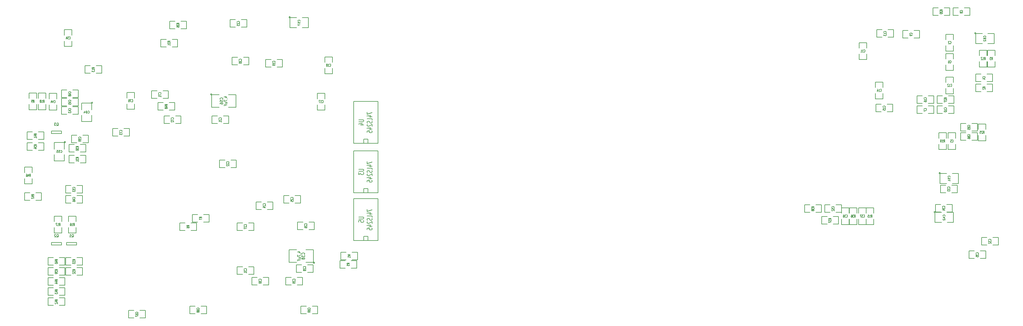
<source format=gbo>
G04 (created by PCBNEW-RS274X (2012-apr-16-27)-stable) date Втр 01 Янв 2013 22:44:24*
G01*
G70*
G90*
%MOIN*%
G04 Gerber Fmt 3.4, Leading zero omitted, Abs format*
%FSLAX34Y34*%
G04 APERTURE LIST*
%ADD10C,0.006000*%
%ADD11C,0.005000*%
%ADD12C,0.008000*%
%ADD13C,0.007500*%
G04 APERTURE END LIST*
G54D10*
G54D11*
X65000Y-39450D02*
X67900Y-39450D01*
X67900Y-44450D02*
X65000Y-44450D01*
X65000Y-39450D02*
X65000Y-44450D01*
X67900Y-44450D02*
X67900Y-39450D01*
X66700Y-44450D02*
X66700Y-43950D01*
X66700Y-43950D02*
X66200Y-43950D01*
X66200Y-43950D02*
X66200Y-44450D01*
X65000Y-33550D02*
X67900Y-33550D01*
X67900Y-38550D02*
X65000Y-38550D01*
X65000Y-33550D02*
X65000Y-38550D01*
X67900Y-38550D02*
X67900Y-33550D01*
X66700Y-38550D02*
X66700Y-38050D01*
X66700Y-38050D02*
X66200Y-38050D01*
X66200Y-38050D02*
X66200Y-38550D01*
X65000Y-45150D02*
X67900Y-45150D01*
X67900Y-50150D02*
X65000Y-50150D01*
X65000Y-45150D02*
X65000Y-50150D01*
X67900Y-50150D02*
X67900Y-45150D01*
X66700Y-50150D02*
X66700Y-49650D01*
X66700Y-49650D02*
X66200Y-49650D01*
X66200Y-49650D02*
X66200Y-50150D01*
X30750Y-50700D02*
X31950Y-50700D01*
X31950Y-50700D02*
X31950Y-50400D01*
X31950Y-50400D02*
X30750Y-50400D01*
X30750Y-50400D02*
X30750Y-50700D01*
X28950Y-37400D02*
X30150Y-37400D01*
X30150Y-37400D02*
X30150Y-37100D01*
X30150Y-37100D02*
X28950Y-37100D01*
X28950Y-37100D02*
X28950Y-37400D01*
X28950Y-50700D02*
X30150Y-50700D01*
X30150Y-50700D02*
X30150Y-50400D01*
X30150Y-50400D02*
X28950Y-50400D01*
X28950Y-50400D02*
X28950Y-50700D01*
X30620Y-38400D02*
X30618Y-38413D01*
X30614Y-38426D01*
X30608Y-38438D01*
X30599Y-38449D01*
X30589Y-38458D01*
X30577Y-38464D01*
X30564Y-38468D01*
X30550Y-38469D01*
X30537Y-38468D01*
X30524Y-38464D01*
X30512Y-38458D01*
X30502Y-38450D01*
X30493Y-38439D01*
X30486Y-38427D01*
X30482Y-38414D01*
X30481Y-38400D01*
X30482Y-38388D01*
X30485Y-38375D01*
X30492Y-38363D01*
X30500Y-38352D01*
X30511Y-38343D01*
X30522Y-38336D01*
X30535Y-38332D01*
X30549Y-38331D01*
X30562Y-38332D01*
X30575Y-38335D01*
X30587Y-38341D01*
X30598Y-38350D01*
X30607Y-38360D01*
X30613Y-38372D01*
X30618Y-38385D01*
X30619Y-38399D01*
X30620Y-38400D01*
X30500Y-39900D02*
X30500Y-40650D01*
X30500Y-40650D02*
X29300Y-40650D01*
X29300Y-40650D02*
X29300Y-39900D01*
X29300Y-39250D02*
X29300Y-38450D01*
X29300Y-38450D02*
X30500Y-38450D01*
X30500Y-38450D02*
X30500Y-39250D01*
X139170Y-25400D02*
X139168Y-25413D01*
X139164Y-25426D01*
X139158Y-25438D01*
X139149Y-25449D01*
X139139Y-25458D01*
X139127Y-25464D01*
X139114Y-25468D01*
X139100Y-25469D01*
X139087Y-25468D01*
X139074Y-25464D01*
X139062Y-25458D01*
X139052Y-25450D01*
X139043Y-25439D01*
X139036Y-25427D01*
X139032Y-25414D01*
X139031Y-25400D01*
X139032Y-25388D01*
X139035Y-25375D01*
X139042Y-25363D01*
X139050Y-25352D01*
X139061Y-25343D01*
X139072Y-25336D01*
X139085Y-25332D01*
X139099Y-25331D01*
X139112Y-25332D01*
X139125Y-25335D01*
X139137Y-25341D01*
X139148Y-25350D01*
X139157Y-25360D01*
X139163Y-25372D01*
X139168Y-25385D01*
X139169Y-25399D01*
X139170Y-25400D01*
X140600Y-25450D02*
X141350Y-25450D01*
X141350Y-25450D02*
X141350Y-26650D01*
X141350Y-26650D02*
X140600Y-26650D01*
X139950Y-26650D02*
X139150Y-26650D01*
X139150Y-26650D02*
X139150Y-25450D01*
X139150Y-25450D02*
X139950Y-25450D01*
X134920Y-42100D02*
X134918Y-42113D01*
X134914Y-42126D01*
X134908Y-42138D01*
X134899Y-42149D01*
X134889Y-42158D01*
X134877Y-42164D01*
X134864Y-42168D01*
X134850Y-42169D01*
X134837Y-42168D01*
X134824Y-42164D01*
X134812Y-42158D01*
X134802Y-42150D01*
X134793Y-42139D01*
X134786Y-42127D01*
X134782Y-42114D01*
X134781Y-42100D01*
X134782Y-42088D01*
X134785Y-42075D01*
X134792Y-42063D01*
X134800Y-42052D01*
X134811Y-42043D01*
X134822Y-42036D01*
X134835Y-42032D01*
X134849Y-42031D01*
X134862Y-42032D01*
X134875Y-42035D01*
X134887Y-42041D01*
X134898Y-42050D01*
X134907Y-42060D01*
X134913Y-42072D01*
X134918Y-42085D01*
X134919Y-42099D01*
X134920Y-42100D01*
X136350Y-42150D02*
X137100Y-42150D01*
X137100Y-42150D02*
X137100Y-43350D01*
X137100Y-43350D02*
X136350Y-43350D01*
X135700Y-43350D02*
X134900Y-43350D01*
X134900Y-43350D02*
X134900Y-42150D01*
X134900Y-42150D02*
X135700Y-42150D01*
X33870Y-33700D02*
X33868Y-33713D01*
X33864Y-33726D01*
X33858Y-33738D01*
X33849Y-33749D01*
X33839Y-33758D01*
X33827Y-33764D01*
X33814Y-33768D01*
X33800Y-33769D01*
X33787Y-33768D01*
X33774Y-33764D01*
X33762Y-33758D01*
X33752Y-33750D01*
X33743Y-33739D01*
X33736Y-33727D01*
X33732Y-33714D01*
X33731Y-33700D01*
X33732Y-33688D01*
X33735Y-33675D01*
X33742Y-33663D01*
X33750Y-33652D01*
X33761Y-33643D01*
X33772Y-33636D01*
X33785Y-33632D01*
X33799Y-33631D01*
X33812Y-33632D01*
X33825Y-33635D01*
X33837Y-33641D01*
X33848Y-33650D01*
X33857Y-33660D01*
X33863Y-33672D01*
X33868Y-33685D01*
X33869Y-33699D01*
X33870Y-33700D01*
X33750Y-35200D02*
X33750Y-35950D01*
X33750Y-35950D02*
X32550Y-35950D01*
X32550Y-35950D02*
X32550Y-35200D01*
X32550Y-34550D02*
X32550Y-33750D01*
X32550Y-33750D02*
X33750Y-33750D01*
X33750Y-33750D02*
X33750Y-34550D01*
X57420Y-23500D02*
X57418Y-23513D01*
X57414Y-23526D01*
X57408Y-23538D01*
X57399Y-23549D01*
X57389Y-23558D01*
X57377Y-23564D01*
X57364Y-23568D01*
X57350Y-23569D01*
X57337Y-23568D01*
X57324Y-23564D01*
X57312Y-23558D01*
X57302Y-23550D01*
X57293Y-23539D01*
X57286Y-23527D01*
X57282Y-23514D01*
X57281Y-23500D01*
X57282Y-23488D01*
X57285Y-23475D01*
X57292Y-23463D01*
X57300Y-23452D01*
X57311Y-23443D01*
X57322Y-23436D01*
X57335Y-23432D01*
X57349Y-23431D01*
X57362Y-23432D01*
X57375Y-23435D01*
X57387Y-23441D01*
X57398Y-23450D01*
X57407Y-23460D01*
X57413Y-23472D01*
X57418Y-23485D01*
X57419Y-23499D01*
X57420Y-23500D01*
X58850Y-23550D02*
X59600Y-23550D01*
X59600Y-23550D02*
X59600Y-24750D01*
X59600Y-24750D02*
X58850Y-24750D01*
X58200Y-24750D02*
X57400Y-24750D01*
X57400Y-24750D02*
X57400Y-23550D01*
X57400Y-23550D02*
X58200Y-23550D01*
X134320Y-46750D02*
X134318Y-46763D01*
X134314Y-46776D01*
X134308Y-46788D01*
X134299Y-46799D01*
X134289Y-46808D01*
X134277Y-46814D01*
X134264Y-46818D01*
X134250Y-46819D01*
X134237Y-46818D01*
X134224Y-46814D01*
X134212Y-46808D01*
X134202Y-46800D01*
X134193Y-46789D01*
X134186Y-46777D01*
X134182Y-46764D01*
X134181Y-46750D01*
X134182Y-46738D01*
X134185Y-46725D01*
X134192Y-46713D01*
X134200Y-46702D01*
X134211Y-46693D01*
X134222Y-46686D01*
X134235Y-46682D01*
X134249Y-46681D01*
X134262Y-46682D01*
X134275Y-46685D01*
X134287Y-46691D01*
X134298Y-46700D01*
X134307Y-46710D01*
X134313Y-46722D01*
X134318Y-46735D01*
X134319Y-46749D01*
X134320Y-46750D01*
X135750Y-46800D02*
X136500Y-46800D01*
X136500Y-46800D02*
X136500Y-48000D01*
X136500Y-48000D02*
X135750Y-48000D01*
X135100Y-48000D02*
X134300Y-48000D01*
X134300Y-48000D02*
X134300Y-46800D01*
X134300Y-46800D02*
X135100Y-46800D01*
X60320Y-52800D02*
X60318Y-52813D01*
X60314Y-52826D01*
X60308Y-52838D01*
X60299Y-52849D01*
X60289Y-52858D01*
X60277Y-52864D01*
X60264Y-52868D01*
X60250Y-52869D01*
X60237Y-52868D01*
X60224Y-52864D01*
X60212Y-52858D01*
X60202Y-52850D01*
X60193Y-52839D01*
X60186Y-52827D01*
X60182Y-52814D01*
X60181Y-52800D01*
X60182Y-52788D01*
X60185Y-52775D01*
X60192Y-52763D01*
X60200Y-52752D01*
X60211Y-52743D01*
X60222Y-52736D01*
X60235Y-52732D01*
X60249Y-52731D01*
X60262Y-52732D01*
X60275Y-52735D01*
X60287Y-52741D01*
X60298Y-52750D01*
X60307Y-52760D01*
X60313Y-52772D01*
X60318Y-52785D01*
X60319Y-52799D01*
X60320Y-52800D01*
X58200Y-52750D02*
X57300Y-52750D01*
X57300Y-52750D02*
X57300Y-51250D01*
X57300Y-51250D02*
X58200Y-51250D01*
X59300Y-51250D02*
X60200Y-51250D01*
X60200Y-51250D02*
X60200Y-52750D01*
X60200Y-52750D02*
X59300Y-52750D01*
X48070Y-32700D02*
X48068Y-32713D01*
X48064Y-32726D01*
X48058Y-32738D01*
X48049Y-32749D01*
X48039Y-32758D01*
X48027Y-32764D01*
X48014Y-32768D01*
X48000Y-32769D01*
X47987Y-32768D01*
X47974Y-32764D01*
X47962Y-32758D01*
X47952Y-32750D01*
X47943Y-32739D01*
X47936Y-32727D01*
X47932Y-32714D01*
X47931Y-32700D01*
X47932Y-32688D01*
X47935Y-32675D01*
X47942Y-32663D01*
X47950Y-32652D01*
X47961Y-32643D01*
X47972Y-32636D01*
X47985Y-32632D01*
X47999Y-32631D01*
X48012Y-32632D01*
X48025Y-32635D01*
X48037Y-32641D01*
X48048Y-32650D01*
X48057Y-32660D01*
X48063Y-32672D01*
X48068Y-32685D01*
X48069Y-32699D01*
X48070Y-32700D01*
X50050Y-32750D02*
X50950Y-32750D01*
X50950Y-32750D02*
X50950Y-34250D01*
X50950Y-34250D02*
X50050Y-34250D01*
X48950Y-34250D02*
X48050Y-34250D01*
X48050Y-34250D02*
X48050Y-32750D01*
X48050Y-32750D02*
X48950Y-32750D01*
X125200Y-46250D02*
X126100Y-46250D01*
X126100Y-46250D02*
X126100Y-46900D01*
X125200Y-47600D02*
X125200Y-48250D01*
X125200Y-48250D02*
X126100Y-48250D01*
X126100Y-48250D02*
X126100Y-47600D01*
X125200Y-46900D02*
X125200Y-46250D01*
X29600Y-34600D02*
X28700Y-34600D01*
X28700Y-34600D02*
X28700Y-33950D01*
X29600Y-33250D02*
X29600Y-32600D01*
X29600Y-32600D02*
X28700Y-32600D01*
X28700Y-32600D02*
X28700Y-33250D01*
X29600Y-33950D02*
X29600Y-34600D01*
X123150Y-46250D02*
X124050Y-46250D01*
X124050Y-46250D02*
X124050Y-46900D01*
X123150Y-47600D02*
X123150Y-48250D01*
X123150Y-48250D02*
X124050Y-48250D01*
X124050Y-48250D02*
X124050Y-47600D01*
X123150Y-46900D02*
X123150Y-46250D01*
X30150Y-33100D02*
X30150Y-32200D01*
X30150Y-32200D02*
X30800Y-32200D01*
X31500Y-33100D02*
X32150Y-33100D01*
X32150Y-33100D02*
X32150Y-32200D01*
X32150Y-32200D02*
X31500Y-32200D01*
X30800Y-33100D02*
X30150Y-33100D01*
X30150Y-35100D02*
X30150Y-34200D01*
X30150Y-34200D02*
X30800Y-34200D01*
X31500Y-35100D02*
X32150Y-35100D01*
X32150Y-35100D02*
X32150Y-34200D01*
X32150Y-34200D02*
X31500Y-34200D01*
X30800Y-35100D02*
X30150Y-35100D01*
X30650Y-44500D02*
X30650Y-43600D01*
X30650Y-43600D02*
X31300Y-43600D01*
X32000Y-44500D02*
X32650Y-44500D01*
X32650Y-44500D02*
X32650Y-43600D01*
X32650Y-43600D02*
X32000Y-43600D01*
X31300Y-44500D02*
X30650Y-44500D01*
X30150Y-34100D02*
X30150Y-33200D01*
X30150Y-33200D02*
X30800Y-33200D01*
X31500Y-34100D02*
X32150Y-34100D01*
X32150Y-34100D02*
X32150Y-33200D01*
X32150Y-33200D02*
X31500Y-33200D01*
X30800Y-34100D02*
X30150Y-34100D01*
X138350Y-52300D02*
X138350Y-51400D01*
X138350Y-51400D02*
X139000Y-51400D01*
X139700Y-52300D02*
X140350Y-52300D01*
X140350Y-52300D02*
X140350Y-51400D01*
X140350Y-51400D02*
X139700Y-51400D01*
X139000Y-52300D02*
X138350Y-52300D01*
X30650Y-45700D02*
X30650Y-44800D01*
X30650Y-44800D02*
X31300Y-44800D01*
X32000Y-45700D02*
X32650Y-45700D01*
X32650Y-45700D02*
X32650Y-44800D01*
X32650Y-44800D02*
X32000Y-44800D01*
X31300Y-45700D02*
X30650Y-45700D01*
X31350Y-38500D02*
X31350Y-37600D01*
X31350Y-37600D02*
X32000Y-37600D01*
X32700Y-38500D02*
X33350Y-38500D01*
X33350Y-38500D02*
X33350Y-37600D01*
X33350Y-37600D02*
X32700Y-37600D01*
X32000Y-38500D02*
X31350Y-38500D01*
X134350Y-46750D02*
X134350Y-45850D01*
X134350Y-45850D02*
X135000Y-45850D01*
X135700Y-46750D02*
X136350Y-46750D01*
X136350Y-46750D02*
X136350Y-45850D01*
X136350Y-45850D02*
X135700Y-45850D01*
X135000Y-46750D02*
X134350Y-46750D01*
X134950Y-44450D02*
X134950Y-43550D01*
X134950Y-43550D02*
X135600Y-43550D01*
X136300Y-44450D02*
X136950Y-44450D01*
X136950Y-44450D02*
X136950Y-43550D01*
X136950Y-43550D02*
X136300Y-43550D01*
X135600Y-44450D02*
X134950Y-44450D01*
X137350Y-37100D02*
X137350Y-36200D01*
X137350Y-36200D02*
X138000Y-36200D01*
X138700Y-37100D02*
X139350Y-37100D01*
X139350Y-37100D02*
X139350Y-36200D01*
X139350Y-36200D02*
X138700Y-36200D01*
X138000Y-37100D02*
X137350Y-37100D01*
X137350Y-38200D02*
X137350Y-37300D01*
X137350Y-37300D02*
X138000Y-37300D01*
X138700Y-38200D02*
X139350Y-38200D01*
X139350Y-38200D02*
X139350Y-37300D01*
X139350Y-37300D02*
X138700Y-37300D01*
X138000Y-38200D02*
X137350Y-38200D01*
X50250Y-24700D02*
X50250Y-23800D01*
X50250Y-23800D02*
X50900Y-23800D01*
X51600Y-24700D02*
X52250Y-24700D01*
X52250Y-24700D02*
X52250Y-23800D01*
X52250Y-23800D02*
X51600Y-23800D01*
X50900Y-24700D02*
X50250Y-24700D01*
X134150Y-32900D02*
X134150Y-33800D01*
X134150Y-33800D02*
X133500Y-33800D01*
X132800Y-32900D02*
X132150Y-32900D01*
X132150Y-32900D02*
X132150Y-33800D01*
X132150Y-33800D02*
X132800Y-33800D01*
X133500Y-32900D02*
X134150Y-32900D01*
X127250Y-34800D02*
X127250Y-33900D01*
X127250Y-33900D02*
X127900Y-33900D01*
X128600Y-34800D02*
X129250Y-34800D01*
X129250Y-34800D02*
X129250Y-33900D01*
X129250Y-33900D02*
X128600Y-33900D01*
X127900Y-34800D02*
X127250Y-34800D01*
X128100Y-33250D02*
X127200Y-33250D01*
X127200Y-33250D02*
X127200Y-32600D01*
X128100Y-31900D02*
X128100Y-31250D01*
X128100Y-31250D02*
X127200Y-31250D01*
X127200Y-31250D02*
X127200Y-31900D01*
X128100Y-32600D02*
X128100Y-33250D01*
X127350Y-25900D02*
X127350Y-25000D01*
X127350Y-25000D02*
X128000Y-25000D01*
X128700Y-25900D02*
X129350Y-25900D01*
X129350Y-25900D02*
X129350Y-25000D01*
X129350Y-25000D02*
X128700Y-25000D01*
X128000Y-25900D02*
X127350Y-25900D01*
X136500Y-32650D02*
X135600Y-32650D01*
X135600Y-32650D02*
X135600Y-32000D01*
X136500Y-31300D02*
X136500Y-30650D01*
X136500Y-30650D02*
X135600Y-30650D01*
X135600Y-30650D02*
X135600Y-31300D01*
X136500Y-32000D02*
X136500Y-32650D01*
X126150Y-28550D02*
X125250Y-28550D01*
X125250Y-28550D02*
X125250Y-27900D01*
X126150Y-27200D02*
X126150Y-26550D01*
X126150Y-26550D02*
X125250Y-26550D01*
X125250Y-26550D02*
X125250Y-27200D01*
X126150Y-27900D02*
X126150Y-28550D01*
X141850Y-49800D02*
X141850Y-50700D01*
X141850Y-50700D02*
X141200Y-50700D01*
X140500Y-49800D02*
X139850Y-49800D01*
X139850Y-49800D02*
X139850Y-50700D01*
X139850Y-50700D02*
X140500Y-50700D01*
X141200Y-49800D02*
X141850Y-49800D01*
X26300Y-32550D02*
X27200Y-32550D01*
X27200Y-32550D02*
X27200Y-33200D01*
X26300Y-33900D02*
X26300Y-34550D01*
X26300Y-34550D02*
X27200Y-34550D01*
X27200Y-34550D02*
X27200Y-33900D01*
X26300Y-33200D02*
X26300Y-32550D01*
X30650Y-54300D02*
X30650Y-53400D01*
X30650Y-53400D02*
X31300Y-53400D01*
X32000Y-54300D02*
X32650Y-54300D01*
X32650Y-54300D02*
X32650Y-53400D01*
X32650Y-53400D02*
X32000Y-53400D01*
X31300Y-54300D02*
X30650Y-54300D01*
X30650Y-53100D02*
X30650Y-52200D01*
X30650Y-52200D02*
X31300Y-52200D01*
X32000Y-53100D02*
X32650Y-53100D01*
X32650Y-53100D02*
X32650Y-52200D01*
X32650Y-52200D02*
X32000Y-52200D01*
X31300Y-53100D02*
X30650Y-53100D01*
X136500Y-27550D02*
X135600Y-27550D01*
X135600Y-27550D02*
X135600Y-26900D01*
X136500Y-26200D02*
X136500Y-25550D01*
X136500Y-25550D02*
X135600Y-25550D01*
X135600Y-25550D02*
X135600Y-26200D01*
X136500Y-26900D02*
X136500Y-27550D01*
X134550Y-33800D02*
X134550Y-32900D01*
X134550Y-32900D02*
X135200Y-32900D01*
X135900Y-33800D02*
X136550Y-33800D01*
X136550Y-33800D02*
X136550Y-32900D01*
X136550Y-32900D02*
X135900Y-32900D01*
X135200Y-33800D02*
X134550Y-33800D01*
X139150Y-31200D02*
X139150Y-30300D01*
X139150Y-30300D02*
X139800Y-30300D01*
X140500Y-31200D02*
X141150Y-31200D01*
X141150Y-31200D02*
X141150Y-30300D01*
X141150Y-30300D02*
X140500Y-30300D01*
X139800Y-31200D02*
X139150Y-31200D01*
X135850Y-37300D02*
X136750Y-37300D01*
X136750Y-37300D02*
X136750Y-37950D01*
X135850Y-38650D02*
X135850Y-39300D01*
X135850Y-39300D02*
X136750Y-39300D01*
X136750Y-39300D02*
X136750Y-38650D01*
X135850Y-37950D02*
X135850Y-37300D01*
X136500Y-29850D02*
X135600Y-29850D01*
X135600Y-29850D02*
X135600Y-29200D01*
X136500Y-28500D02*
X136500Y-27850D01*
X136500Y-27850D02*
X135600Y-27850D01*
X135600Y-27850D02*
X135600Y-28500D01*
X136500Y-29200D02*
X136500Y-29850D01*
X134550Y-35000D02*
X134550Y-34100D01*
X134550Y-34100D02*
X135200Y-34100D01*
X135900Y-35000D02*
X136550Y-35000D01*
X136550Y-35000D02*
X136550Y-34100D01*
X136550Y-34100D02*
X135900Y-34100D01*
X135200Y-35000D02*
X134550Y-35000D01*
X140350Y-38250D02*
X139450Y-38250D01*
X139450Y-38250D02*
X139450Y-37600D01*
X140350Y-36900D02*
X140350Y-36250D01*
X140350Y-36250D02*
X139450Y-36250D01*
X139450Y-36250D02*
X139450Y-36900D01*
X140350Y-37600D02*
X140350Y-38250D01*
X134150Y-34100D02*
X134150Y-35000D01*
X134150Y-35000D02*
X133500Y-35000D01*
X132800Y-34100D02*
X132150Y-34100D01*
X132150Y-34100D02*
X132150Y-35000D01*
X132150Y-35000D02*
X132800Y-35000D01*
X133500Y-34100D02*
X134150Y-34100D01*
X130450Y-26000D02*
X130450Y-25100D01*
X130450Y-25100D02*
X131100Y-25100D01*
X131800Y-26000D02*
X132450Y-26000D01*
X132450Y-26000D02*
X132450Y-25100D01*
X132450Y-25100D02*
X131800Y-25100D01*
X131100Y-26000D02*
X130450Y-26000D01*
X139150Y-32400D02*
X139150Y-31500D01*
X139150Y-31500D02*
X139800Y-31500D01*
X140500Y-32400D02*
X141150Y-32400D01*
X141150Y-32400D02*
X141150Y-31500D01*
X141150Y-31500D02*
X140500Y-31500D01*
X139800Y-32400D02*
X139150Y-32400D01*
X140550Y-27450D02*
X141450Y-27450D01*
X141450Y-27450D02*
X141450Y-28100D01*
X140550Y-28800D02*
X140550Y-29450D01*
X140550Y-29450D02*
X141450Y-29450D01*
X141450Y-29450D02*
X141450Y-28800D01*
X140550Y-28100D02*
X140550Y-27450D01*
X41650Y-34600D02*
X41650Y-33700D01*
X41650Y-33700D02*
X42300Y-33700D01*
X43000Y-34600D02*
X43650Y-34600D01*
X43650Y-34600D02*
X43650Y-33700D01*
X43650Y-33700D02*
X43000Y-33700D01*
X42300Y-34600D02*
X41650Y-34600D01*
X140500Y-29450D02*
X139600Y-29450D01*
X139600Y-29450D02*
X139600Y-28800D01*
X140500Y-28100D02*
X140500Y-27450D01*
X140500Y-27450D02*
X139600Y-27450D01*
X139600Y-27450D02*
X139600Y-28100D01*
X140500Y-28800D02*
X140500Y-29450D01*
X126100Y-46250D02*
X127000Y-46250D01*
X127000Y-46250D02*
X127000Y-46900D01*
X126100Y-47600D02*
X126100Y-48250D01*
X126100Y-48250D02*
X127000Y-48250D01*
X127000Y-48250D02*
X127000Y-47600D01*
X126100Y-46900D02*
X126100Y-46250D01*
X31900Y-49250D02*
X31000Y-49250D01*
X31000Y-49250D02*
X31000Y-48600D01*
X31900Y-47900D02*
X31900Y-47250D01*
X31900Y-47250D02*
X31000Y-47250D01*
X31000Y-47250D02*
X31000Y-47900D01*
X31900Y-48600D02*
X31900Y-49250D01*
X30200Y-49250D02*
X29300Y-49250D01*
X29300Y-49250D02*
X29300Y-48600D01*
X30200Y-47900D02*
X30200Y-47250D01*
X30200Y-47250D02*
X29300Y-47250D01*
X29300Y-47250D02*
X29300Y-47900D01*
X30200Y-48600D02*
X30200Y-49250D01*
X27400Y-32550D02*
X28300Y-32550D01*
X28300Y-32550D02*
X28300Y-33200D01*
X27400Y-33900D02*
X27400Y-34550D01*
X27400Y-34550D02*
X28300Y-34550D01*
X28300Y-34550D02*
X28300Y-33900D01*
X27400Y-33200D02*
X27400Y-32550D01*
X135650Y-39300D02*
X134750Y-39300D01*
X134750Y-39300D02*
X134750Y-38650D01*
X135650Y-37950D02*
X135650Y-37300D01*
X135650Y-37300D02*
X134750Y-37300D01*
X134750Y-37300D02*
X134750Y-37950D01*
X135650Y-38650D02*
X135650Y-39300D01*
X134050Y-23300D02*
X134050Y-22400D01*
X134050Y-22400D02*
X134700Y-22400D01*
X135400Y-23300D02*
X136050Y-23300D01*
X136050Y-23300D02*
X136050Y-22400D01*
X136050Y-22400D02*
X135400Y-22400D01*
X134700Y-23300D02*
X134050Y-23300D01*
X33050Y-40000D02*
X33050Y-40900D01*
X33050Y-40900D02*
X32400Y-40900D01*
X31700Y-40000D02*
X31050Y-40000D01*
X31050Y-40000D02*
X31050Y-40900D01*
X31050Y-40900D02*
X31700Y-40900D01*
X32400Y-40000D02*
X33050Y-40000D01*
X122800Y-47300D02*
X122800Y-48200D01*
X122800Y-48200D02*
X122150Y-48200D01*
X121450Y-47300D02*
X120800Y-47300D01*
X120800Y-47300D02*
X120800Y-48200D01*
X120800Y-48200D02*
X121450Y-48200D01*
X122150Y-47300D02*
X122800Y-47300D01*
X118750Y-46800D02*
X118750Y-45900D01*
X118750Y-45900D02*
X119400Y-45900D01*
X120100Y-46800D02*
X120750Y-46800D01*
X120750Y-46800D02*
X120750Y-45900D01*
X120750Y-45900D02*
X120100Y-45900D01*
X119400Y-46800D02*
X118750Y-46800D01*
X25750Y-45350D02*
X25750Y-44450D01*
X25750Y-44450D02*
X26400Y-44450D01*
X27100Y-45350D02*
X27750Y-45350D01*
X27750Y-45350D02*
X27750Y-44450D01*
X27750Y-44450D02*
X27100Y-44450D01*
X26400Y-45350D02*
X25750Y-45350D01*
X31050Y-39600D02*
X31050Y-38700D01*
X31050Y-38700D02*
X31700Y-38700D01*
X32400Y-39600D02*
X33050Y-39600D01*
X33050Y-39600D02*
X33050Y-38700D01*
X33050Y-38700D02*
X32400Y-38700D01*
X31700Y-39600D02*
X31050Y-39600D01*
X28550Y-54300D02*
X28550Y-53400D01*
X28550Y-53400D02*
X29200Y-53400D01*
X29900Y-54300D02*
X30550Y-54300D01*
X30550Y-54300D02*
X30550Y-53400D01*
X30550Y-53400D02*
X29900Y-53400D01*
X29200Y-54300D02*
X28550Y-54300D01*
X138450Y-22400D02*
X138450Y-23300D01*
X138450Y-23300D02*
X137800Y-23300D01*
X137100Y-22400D02*
X136450Y-22400D01*
X136450Y-22400D02*
X136450Y-23300D01*
X136450Y-23300D02*
X137100Y-23300D01*
X137800Y-22400D02*
X138450Y-22400D01*
X30550Y-52200D02*
X30550Y-53100D01*
X30550Y-53100D02*
X29900Y-53100D01*
X29200Y-52200D02*
X28550Y-52200D01*
X28550Y-52200D02*
X28550Y-53100D01*
X28550Y-53100D02*
X29200Y-53100D01*
X29900Y-52200D02*
X30550Y-52200D01*
X28050Y-38500D02*
X28050Y-39400D01*
X28050Y-39400D02*
X27400Y-39400D01*
X26700Y-38500D02*
X26050Y-38500D01*
X26050Y-38500D02*
X26050Y-39400D01*
X26050Y-39400D02*
X26700Y-39400D01*
X27400Y-38500D02*
X28050Y-38500D01*
X125000Y-48250D02*
X124100Y-48250D01*
X124100Y-48250D02*
X124100Y-47600D01*
X125000Y-46900D02*
X125000Y-46250D01*
X125000Y-46250D02*
X124100Y-46250D01*
X124100Y-46250D02*
X124100Y-46900D01*
X125000Y-47600D02*
X125000Y-48250D01*
X26050Y-38100D02*
X26050Y-37200D01*
X26050Y-37200D02*
X26700Y-37200D01*
X27400Y-38100D02*
X28050Y-38100D01*
X28050Y-38100D02*
X28050Y-37200D01*
X28050Y-37200D02*
X27400Y-37200D01*
X26700Y-38100D02*
X26050Y-38100D01*
X30550Y-57000D02*
X30550Y-57900D01*
X30550Y-57900D02*
X29900Y-57900D01*
X29200Y-57000D02*
X28550Y-57000D01*
X28550Y-57000D02*
X28550Y-57900D01*
X28550Y-57900D02*
X29200Y-57900D01*
X29900Y-57000D02*
X30550Y-57000D01*
X30550Y-55800D02*
X30550Y-56700D01*
X30550Y-56700D02*
X29900Y-56700D01*
X29200Y-55800D02*
X28550Y-55800D01*
X28550Y-55800D02*
X28550Y-56700D01*
X28550Y-56700D02*
X29200Y-56700D01*
X29900Y-55800D02*
X30550Y-55800D01*
X25750Y-41400D02*
X26650Y-41400D01*
X26650Y-41400D02*
X26650Y-42050D01*
X25750Y-42750D02*
X25750Y-43400D01*
X25750Y-43400D02*
X26650Y-43400D01*
X26650Y-43400D02*
X26650Y-42750D01*
X25750Y-42050D02*
X25750Y-41400D01*
X30550Y-54600D02*
X30550Y-55500D01*
X30550Y-55500D02*
X29900Y-55500D01*
X29200Y-54600D02*
X28550Y-54600D01*
X28550Y-54600D02*
X28550Y-55500D01*
X28550Y-55500D02*
X29200Y-55500D01*
X29900Y-54600D02*
X30550Y-54600D01*
X65450Y-51550D02*
X65450Y-52450D01*
X65450Y-52450D02*
X64800Y-52450D01*
X64100Y-51550D02*
X63450Y-51550D01*
X63450Y-51550D02*
X63450Y-52450D01*
X63450Y-52450D02*
X64100Y-52450D01*
X64800Y-51550D02*
X65450Y-51550D01*
X48100Y-36200D02*
X48100Y-35300D01*
X48100Y-35300D02*
X48750Y-35300D01*
X49450Y-36200D02*
X50100Y-36200D01*
X50100Y-36200D02*
X50100Y-35300D01*
X50100Y-35300D02*
X49450Y-35300D01*
X48750Y-36200D02*
X48100Y-36200D01*
X49000Y-41450D02*
X49000Y-40550D01*
X49000Y-40550D02*
X49650Y-40550D01*
X50350Y-41450D02*
X51000Y-41450D01*
X51000Y-41450D02*
X51000Y-40550D01*
X51000Y-40550D02*
X50350Y-40550D01*
X49650Y-41450D02*
X49000Y-41450D01*
X52850Y-55450D02*
X52850Y-54550D01*
X52850Y-54550D02*
X53500Y-54550D01*
X54200Y-55450D02*
X54850Y-55450D01*
X54850Y-55450D02*
X54850Y-54550D01*
X54850Y-54550D02*
X54200Y-54550D01*
X53500Y-55450D02*
X52850Y-55450D01*
X58900Y-54550D02*
X58900Y-55450D01*
X58900Y-55450D02*
X58250Y-55450D01*
X57550Y-54550D02*
X56900Y-54550D01*
X56900Y-54550D02*
X56900Y-55450D01*
X56900Y-55450D02*
X57550Y-55450D01*
X58250Y-54550D02*
X58900Y-54550D01*
X60150Y-53050D02*
X60150Y-53950D01*
X60150Y-53950D02*
X59500Y-53950D01*
X58800Y-53050D02*
X58150Y-53050D01*
X58150Y-53050D02*
X58150Y-53950D01*
X58150Y-53950D02*
X58800Y-53950D01*
X59500Y-53050D02*
X60150Y-53050D01*
X60300Y-47950D02*
X60300Y-48850D01*
X60300Y-48850D02*
X59650Y-48850D01*
X58950Y-47950D02*
X58300Y-47950D01*
X58300Y-47950D02*
X58300Y-48850D01*
X58300Y-48850D02*
X58950Y-48850D01*
X59650Y-47950D02*
X60300Y-47950D01*
X58650Y-44800D02*
X58650Y-45700D01*
X58650Y-45700D02*
X58000Y-45700D01*
X57300Y-44800D02*
X56650Y-44800D01*
X56650Y-44800D02*
X56650Y-45700D01*
X56650Y-45700D02*
X57300Y-45700D01*
X58000Y-44800D02*
X58650Y-44800D01*
X53350Y-46450D02*
X53350Y-45550D01*
X53350Y-45550D02*
X54000Y-45550D01*
X54700Y-46450D02*
X55350Y-46450D01*
X55350Y-46450D02*
X55350Y-45550D01*
X55350Y-45550D02*
X54700Y-45550D01*
X54000Y-46450D02*
X53350Y-46450D01*
X51100Y-48950D02*
X51100Y-48050D01*
X51100Y-48050D02*
X51750Y-48050D01*
X52450Y-48950D02*
X53100Y-48950D01*
X53100Y-48950D02*
X53100Y-48050D01*
X53100Y-48050D02*
X52450Y-48050D01*
X51750Y-48950D02*
X51100Y-48950D01*
X51100Y-54200D02*
X51100Y-53300D01*
X51100Y-53300D02*
X51750Y-53300D01*
X52450Y-54200D02*
X53100Y-54200D01*
X53100Y-54200D02*
X53100Y-53300D01*
X53100Y-53300D02*
X52450Y-53300D01*
X51750Y-54200D02*
X51100Y-54200D01*
X47450Y-58000D02*
X47450Y-58900D01*
X47450Y-58900D02*
X46800Y-58900D01*
X46100Y-58000D02*
X45450Y-58000D01*
X45450Y-58000D02*
X45450Y-58900D01*
X45450Y-58900D02*
X46100Y-58900D01*
X46800Y-58000D02*
X47450Y-58000D01*
X50500Y-29200D02*
X50500Y-28300D01*
X50500Y-28300D02*
X51150Y-28300D01*
X51850Y-29200D02*
X52500Y-29200D01*
X52500Y-29200D02*
X52500Y-28300D01*
X52500Y-28300D02*
X51850Y-28300D01*
X51150Y-29200D02*
X50500Y-29200D01*
X56500Y-28550D02*
X56500Y-29450D01*
X56500Y-29450D02*
X55850Y-29450D01*
X55150Y-28550D02*
X54500Y-28550D01*
X54500Y-28550D02*
X54500Y-29450D01*
X54500Y-29450D02*
X55150Y-29450D01*
X55850Y-28550D02*
X56500Y-28550D01*
X58700Y-58900D02*
X58700Y-58000D01*
X58700Y-58000D02*
X59350Y-58000D01*
X60050Y-58900D02*
X60700Y-58900D01*
X60700Y-58900D02*
X60700Y-58000D01*
X60700Y-58000D02*
X60050Y-58000D01*
X59350Y-58900D02*
X58700Y-58900D01*
X121150Y-46800D02*
X121150Y-45900D01*
X121150Y-45900D02*
X121800Y-45900D01*
X122500Y-46800D02*
X123150Y-46800D01*
X123150Y-46800D02*
X123150Y-45900D01*
X123150Y-45900D02*
X122500Y-45900D01*
X121800Y-46800D02*
X121150Y-46800D01*
X40150Y-58500D02*
X40150Y-59400D01*
X40150Y-59400D02*
X39500Y-59400D01*
X38800Y-58500D02*
X38150Y-58500D01*
X38150Y-58500D02*
X38150Y-59400D01*
X38150Y-59400D02*
X38800Y-59400D01*
X39500Y-58500D02*
X40150Y-58500D01*
X30500Y-25000D02*
X31400Y-25000D01*
X31400Y-25000D02*
X31400Y-25650D01*
X30500Y-26350D02*
X30500Y-27000D01*
X30500Y-27000D02*
X31400Y-27000D01*
X31400Y-27000D02*
X31400Y-26350D01*
X30500Y-25650D02*
X30500Y-25000D01*
X36250Y-37700D02*
X36250Y-36800D01*
X36250Y-36800D02*
X36900Y-36800D01*
X37600Y-37700D02*
X38250Y-37700D01*
X38250Y-37700D02*
X38250Y-36800D01*
X38250Y-36800D02*
X37600Y-36800D01*
X36900Y-37700D02*
X36250Y-37700D01*
X38850Y-34500D02*
X37950Y-34500D01*
X37950Y-34500D02*
X37950Y-33850D01*
X38850Y-33150D02*
X38850Y-32500D01*
X38850Y-32500D02*
X37950Y-32500D01*
X37950Y-32500D02*
X37950Y-33150D01*
X38850Y-33850D02*
X38850Y-34500D01*
X42900Y-32300D02*
X42900Y-33200D01*
X42900Y-33200D02*
X42250Y-33200D01*
X41550Y-32300D02*
X40900Y-32300D01*
X40900Y-32300D02*
X40900Y-33200D01*
X40900Y-33200D02*
X41550Y-33200D01*
X42250Y-32300D02*
X42900Y-32300D01*
X44400Y-35300D02*
X44400Y-36200D01*
X44400Y-36200D02*
X43750Y-36200D01*
X43050Y-35300D02*
X42400Y-35300D01*
X42400Y-35300D02*
X42400Y-36200D01*
X42400Y-36200D02*
X43050Y-36200D01*
X43750Y-35300D02*
X44400Y-35300D01*
X61550Y-28250D02*
X62450Y-28250D01*
X62450Y-28250D02*
X62450Y-28900D01*
X61550Y-29600D02*
X61550Y-30250D01*
X61550Y-30250D02*
X62450Y-30250D01*
X62450Y-30250D02*
X62450Y-29600D01*
X61550Y-28900D02*
X61550Y-28250D01*
X61550Y-34600D02*
X60650Y-34600D01*
X60650Y-34600D02*
X60650Y-33950D01*
X61550Y-33250D02*
X61550Y-32600D01*
X61550Y-32600D02*
X60650Y-32600D01*
X60650Y-32600D02*
X60650Y-33250D01*
X61550Y-33950D02*
X61550Y-34600D01*
X63350Y-53450D02*
X63350Y-52550D01*
X63350Y-52550D02*
X64000Y-52550D01*
X64700Y-53450D02*
X65350Y-53450D01*
X65350Y-53450D02*
X65350Y-52550D01*
X65350Y-52550D02*
X64700Y-52550D01*
X64000Y-53450D02*
X63350Y-53450D01*
X46250Y-48050D02*
X46250Y-48950D01*
X46250Y-48950D02*
X45600Y-48950D01*
X44900Y-48050D02*
X44250Y-48050D01*
X44250Y-48050D02*
X44250Y-48950D01*
X44250Y-48950D02*
X44900Y-48950D01*
X45600Y-48050D02*
X46250Y-48050D01*
X47750Y-47050D02*
X47750Y-47950D01*
X47750Y-47950D02*
X47100Y-47950D01*
X46400Y-47050D02*
X45750Y-47050D01*
X45750Y-47050D02*
X45750Y-47950D01*
X45750Y-47950D02*
X46400Y-47950D01*
X47100Y-47050D02*
X47750Y-47050D01*
X32950Y-30200D02*
X32950Y-29300D01*
X32950Y-29300D02*
X33600Y-29300D01*
X34300Y-30200D02*
X34950Y-30200D01*
X34950Y-30200D02*
X34950Y-29300D01*
X34950Y-29300D02*
X34300Y-29300D01*
X33600Y-30200D02*
X32950Y-30200D01*
X43050Y-24900D02*
X43050Y-24000D01*
X43050Y-24000D02*
X43700Y-24000D01*
X44400Y-24900D02*
X45050Y-24900D01*
X45050Y-24900D02*
X45050Y-24000D01*
X45050Y-24000D02*
X44400Y-24000D01*
X43700Y-24900D02*
X43050Y-24900D01*
X44000Y-26150D02*
X44000Y-27050D01*
X44000Y-27050D02*
X43350Y-27050D01*
X42650Y-26150D02*
X42000Y-26150D01*
X42000Y-26150D02*
X42000Y-27050D01*
X42000Y-27050D02*
X42650Y-27050D01*
X43350Y-26150D02*
X44000Y-26150D01*
G54D12*
X65593Y-41645D02*
X66079Y-41645D01*
X66136Y-41664D01*
X66164Y-41683D01*
X66193Y-41721D01*
X66193Y-41798D01*
X66164Y-41836D01*
X66136Y-41855D01*
X66079Y-41874D01*
X65593Y-41874D01*
X65593Y-42026D02*
X65593Y-42274D01*
X65821Y-42140D01*
X65821Y-42198D01*
X65850Y-42236D01*
X65879Y-42255D01*
X65936Y-42274D01*
X66079Y-42274D01*
X66136Y-42255D01*
X66164Y-42236D01*
X66193Y-42198D01*
X66193Y-42083D01*
X66164Y-42045D01*
X66136Y-42026D01*
X66593Y-40702D02*
X66593Y-40969D01*
X67193Y-40797D01*
X66793Y-41293D02*
X67193Y-41293D01*
X66564Y-41197D02*
X66993Y-41102D01*
X66993Y-41350D01*
X67193Y-41693D02*
X67193Y-41502D01*
X66593Y-41502D01*
X67164Y-41807D02*
X67193Y-41864D01*
X67193Y-41960D01*
X67164Y-41998D01*
X67136Y-42017D01*
X67079Y-42036D01*
X67021Y-42036D01*
X66964Y-42017D01*
X66936Y-41998D01*
X66907Y-41960D01*
X66879Y-41883D01*
X66850Y-41845D01*
X66821Y-41826D01*
X66764Y-41807D01*
X66707Y-41807D01*
X66650Y-41826D01*
X66621Y-41845D01*
X66593Y-41883D01*
X66593Y-41979D01*
X66621Y-42036D01*
X66650Y-42188D02*
X66621Y-42207D01*
X66593Y-42245D01*
X66593Y-42341D01*
X66621Y-42379D01*
X66650Y-42398D01*
X66707Y-42417D01*
X66764Y-42417D01*
X66850Y-42398D01*
X67193Y-42169D01*
X67193Y-42417D01*
X66793Y-42760D02*
X67193Y-42760D01*
X66564Y-42664D02*
X66993Y-42569D01*
X66993Y-42817D01*
X66593Y-43160D02*
X66593Y-42969D01*
X66879Y-42950D01*
X66850Y-42969D01*
X66821Y-43007D01*
X66821Y-43103D01*
X66850Y-43141D01*
X66879Y-43160D01*
X66936Y-43179D01*
X67079Y-43179D01*
X67136Y-43160D01*
X67164Y-43141D01*
X67193Y-43103D01*
X67193Y-43007D01*
X67164Y-42969D01*
X67136Y-42950D01*
X65593Y-35745D02*
X66079Y-35745D01*
X66136Y-35764D01*
X66164Y-35783D01*
X66193Y-35821D01*
X66193Y-35898D01*
X66164Y-35936D01*
X66136Y-35955D01*
X66079Y-35974D01*
X65593Y-35974D01*
X65793Y-36336D02*
X66193Y-36336D01*
X65564Y-36240D02*
X65993Y-36145D01*
X65993Y-36393D01*
X66593Y-34802D02*
X66593Y-35069D01*
X67193Y-34897D01*
X66793Y-35393D02*
X67193Y-35393D01*
X66564Y-35297D02*
X66993Y-35202D01*
X66993Y-35450D01*
X67193Y-35793D02*
X67193Y-35602D01*
X66593Y-35602D01*
X67164Y-35907D02*
X67193Y-35964D01*
X67193Y-36060D01*
X67164Y-36098D01*
X67136Y-36117D01*
X67079Y-36136D01*
X67021Y-36136D01*
X66964Y-36117D01*
X66936Y-36098D01*
X66907Y-36060D01*
X66879Y-35983D01*
X66850Y-35945D01*
X66821Y-35926D01*
X66764Y-35907D01*
X66707Y-35907D01*
X66650Y-35926D01*
X66621Y-35945D01*
X66593Y-35983D01*
X66593Y-36079D01*
X66621Y-36136D01*
X66650Y-36288D02*
X66621Y-36307D01*
X66593Y-36345D01*
X66593Y-36441D01*
X66621Y-36479D01*
X66650Y-36498D01*
X66707Y-36517D01*
X66764Y-36517D01*
X66850Y-36498D01*
X67193Y-36269D01*
X67193Y-36517D01*
X66793Y-36860D02*
X67193Y-36860D01*
X66564Y-36764D02*
X66993Y-36669D01*
X66993Y-36917D01*
X66593Y-37260D02*
X66593Y-37069D01*
X66879Y-37050D01*
X66850Y-37069D01*
X66821Y-37107D01*
X66821Y-37203D01*
X66850Y-37241D01*
X66879Y-37260D01*
X66936Y-37279D01*
X67079Y-37279D01*
X67136Y-37260D01*
X67164Y-37241D01*
X67193Y-37203D01*
X67193Y-37107D01*
X67164Y-37069D01*
X67136Y-37050D01*
X65593Y-47345D02*
X66079Y-47345D01*
X66136Y-47364D01*
X66164Y-47383D01*
X66193Y-47421D01*
X66193Y-47498D01*
X66164Y-47536D01*
X66136Y-47555D01*
X66079Y-47574D01*
X65593Y-47574D01*
X65593Y-47955D02*
X65593Y-47764D01*
X65879Y-47745D01*
X65850Y-47764D01*
X65821Y-47802D01*
X65821Y-47898D01*
X65850Y-47936D01*
X65879Y-47955D01*
X65936Y-47974D01*
X66079Y-47974D01*
X66136Y-47955D01*
X66164Y-47936D01*
X66193Y-47898D01*
X66193Y-47802D01*
X66164Y-47764D01*
X66136Y-47745D01*
X66593Y-46402D02*
X66593Y-46669D01*
X67193Y-46497D01*
X66793Y-46993D02*
X67193Y-46993D01*
X66564Y-46897D02*
X66993Y-46802D01*
X66993Y-47050D01*
X67193Y-47393D02*
X67193Y-47202D01*
X66593Y-47202D01*
X67164Y-47507D02*
X67193Y-47564D01*
X67193Y-47660D01*
X67164Y-47698D01*
X67136Y-47717D01*
X67079Y-47736D01*
X67021Y-47736D01*
X66964Y-47717D01*
X66936Y-47698D01*
X66907Y-47660D01*
X66879Y-47583D01*
X66850Y-47545D01*
X66821Y-47526D01*
X66764Y-47507D01*
X66707Y-47507D01*
X66650Y-47526D01*
X66621Y-47545D01*
X66593Y-47583D01*
X66593Y-47679D01*
X66621Y-47736D01*
X66650Y-47888D02*
X66621Y-47907D01*
X66593Y-47945D01*
X66593Y-48041D01*
X66621Y-48079D01*
X66650Y-48098D01*
X66707Y-48117D01*
X66764Y-48117D01*
X66850Y-48098D01*
X67193Y-47869D01*
X67193Y-48117D01*
X66793Y-48460D02*
X67193Y-48460D01*
X66564Y-48364D02*
X66993Y-48269D01*
X66993Y-48517D01*
X66593Y-48860D02*
X66593Y-48669D01*
X66879Y-48650D01*
X66850Y-48669D01*
X66821Y-48707D01*
X66821Y-48803D01*
X66850Y-48841D01*
X66879Y-48860D01*
X66936Y-48879D01*
X67079Y-48879D01*
X67136Y-48860D01*
X67164Y-48841D01*
X67193Y-48803D01*
X67193Y-48707D01*
X67164Y-48669D01*
X67136Y-48650D01*
G54D13*
X31379Y-49750D02*
X31407Y-49736D01*
X31436Y-49707D01*
X31479Y-49664D01*
X31507Y-49650D01*
X31536Y-49650D01*
X31521Y-49721D02*
X31550Y-49707D01*
X31579Y-49679D01*
X31593Y-49621D01*
X31593Y-49521D01*
X31579Y-49464D01*
X31550Y-49436D01*
X31521Y-49421D01*
X31464Y-49421D01*
X31436Y-49436D01*
X31407Y-49464D01*
X31393Y-49521D01*
X31393Y-49621D01*
X31407Y-49679D01*
X31436Y-49707D01*
X31464Y-49721D01*
X31521Y-49721D01*
X31107Y-49721D02*
X31279Y-49721D01*
X31193Y-49721D02*
X31193Y-49421D01*
X31222Y-49464D01*
X31250Y-49493D01*
X31279Y-49507D01*
X29579Y-36450D02*
X29607Y-36436D01*
X29636Y-36407D01*
X29679Y-36364D01*
X29707Y-36350D01*
X29736Y-36350D01*
X29721Y-36421D02*
X29750Y-36407D01*
X29779Y-36379D01*
X29793Y-36321D01*
X29793Y-36221D01*
X29779Y-36164D01*
X29750Y-36136D01*
X29721Y-36121D01*
X29664Y-36121D01*
X29636Y-36136D01*
X29607Y-36164D01*
X29593Y-36221D01*
X29593Y-36321D01*
X29607Y-36379D01*
X29636Y-36407D01*
X29664Y-36421D01*
X29721Y-36421D01*
X29493Y-36121D02*
X29307Y-36121D01*
X29407Y-36236D01*
X29365Y-36236D01*
X29336Y-36250D01*
X29322Y-36264D01*
X29307Y-36293D01*
X29307Y-36364D01*
X29322Y-36393D01*
X29336Y-36407D01*
X29365Y-36421D01*
X29450Y-36421D01*
X29479Y-36407D01*
X29493Y-36393D01*
X29579Y-49750D02*
X29607Y-49736D01*
X29636Y-49707D01*
X29679Y-49664D01*
X29707Y-49650D01*
X29736Y-49650D01*
X29721Y-49721D02*
X29750Y-49707D01*
X29779Y-49679D01*
X29793Y-49621D01*
X29793Y-49521D01*
X29779Y-49464D01*
X29750Y-49436D01*
X29721Y-49421D01*
X29664Y-49421D01*
X29636Y-49436D01*
X29607Y-49464D01*
X29593Y-49521D01*
X29593Y-49621D01*
X29607Y-49679D01*
X29636Y-49707D01*
X29664Y-49721D01*
X29721Y-49721D01*
X29479Y-49450D02*
X29465Y-49436D01*
X29436Y-49421D01*
X29365Y-49421D01*
X29336Y-49436D01*
X29322Y-49450D01*
X29307Y-49479D01*
X29307Y-49507D01*
X29322Y-49550D01*
X29493Y-49721D01*
X29307Y-49721D01*
G54D11*
X30061Y-39627D02*
X30073Y-39639D01*
X30108Y-39651D01*
X30132Y-39651D01*
X30168Y-39639D01*
X30192Y-39615D01*
X30203Y-39592D01*
X30215Y-39544D01*
X30215Y-39508D01*
X30203Y-39461D01*
X30192Y-39437D01*
X30168Y-39413D01*
X30132Y-39401D01*
X30108Y-39401D01*
X30073Y-39413D01*
X30061Y-39425D01*
X29834Y-39401D02*
X29953Y-39401D01*
X29965Y-39520D01*
X29953Y-39508D01*
X29930Y-39496D01*
X29870Y-39496D01*
X29846Y-39508D01*
X29834Y-39520D01*
X29823Y-39544D01*
X29823Y-39604D01*
X29834Y-39627D01*
X29846Y-39639D01*
X29870Y-39651D01*
X29930Y-39651D01*
X29953Y-39639D01*
X29965Y-39627D01*
X29596Y-39401D02*
X29715Y-39401D01*
X29727Y-39520D01*
X29715Y-39508D01*
X29692Y-39496D01*
X29632Y-39496D01*
X29608Y-39508D01*
X29596Y-39520D01*
X29585Y-39544D01*
X29585Y-39604D01*
X29596Y-39627D01*
X29608Y-39639D01*
X29632Y-39651D01*
X29692Y-39651D01*
X29715Y-39639D01*
X29727Y-39627D01*
X140327Y-25889D02*
X140339Y-25877D01*
X140351Y-25842D01*
X140351Y-25818D01*
X140339Y-25782D01*
X140315Y-25758D01*
X140292Y-25747D01*
X140244Y-25735D01*
X140208Y-25735D01*
X140161Y-25747D01*
X140137Y-25758D01*
X140113Y-25782D01*
X140101Y-25818D01*
X140101Y-25842D01*
X140113Y-25877D01*
X140125Y-25889D01*
X140101Y-26104D02*
X140101Y-26056D01*
X140113Y-26032D01*
X140125Y-26020D01*
X140161Y-25997D01*
X140208Y-25985D01*
X140304Y-25985D01*
X140327Y-25997D01*
X140339Y-26008D01*
X140351Y-26032D01*
X140351Y-26080D01*
X140339Y-26104D01*
X140327Y-26116D01*
X140304Y-26127D01*
X140244Y-26127D01*
X140220Y-26116D01*
X140208Y-26104D01*
X140196Y-26080D01*
X140196Y-26032D01*
X140208Y-26008D01*
X140220Y-25997D01*
X140244Y-25985D01*
X140125Y-26223D02*
X140113Y-26235D01*
X140101Y-26258D01*
X140101Y-26318D01*
X140113Y-26342D01*
X140125Y-26354D01*
X140149Y-26365D01*
X140173Y-26365D01*
X140208Y-26354D01*
X140351Y-26211D01*
X140351Y-26365D01*
X136077Y-42589D02*
X136089Y-42577D01*
X136101Y-42542D01*
X136101Y-42518D01*
X136089Y-42482D01*
X136065Y-42458D01*
X136042Y-42447D01*
X135994Y-42435D01*
X135958Y-42435D01*
X135911Y-42447D01*
X135887Y-42458D01*
X135863Y-42482D01*
X135851Y-42518D01*
X135851Y-42542D01*
X135863Y-42577D01*
X135875Y-42589D01*
X135851Y-42816D02*
X135851Y-42697D01*
X135970Y-42685D01*
X135958Y-42697D01*
X135946Y-42720D01*
X135946Y-42780D01*
X135958Y-42804D01*
X135970Y-42816D01*
X135994Y-42827D01*
X136054Y-42827D01*
X136077Y-42816D01*
X136089Y-42804D01*
X136101Y-42780D01*
X136101Y-42720D01*
X136089Y-42697D01*
X136077Y-42685D01*
X136101Y-43065D02*
X136101Y-42923D01*
X136101Y-42994D02*
X135851Y-42994D01*
X135887Y-42970D01*
X135911Y-42946D01*
X135923Y-42923D01*
X33311Y-34927D02*
X33323Y-34939D01*
X33358Y-34951D01*
X33382Y-34951D01*
X33418Y-34939D01*
X33442Y-34915D01*
X33453Y-34892D01*
X33465Y-34844D01*
X33465Y-34808D01*
X33453Y-34761D01*
X33442Y-34737D01*
X33418Y-34713D01*
X33382Y-34701D01*
X33358Y-34701D01*
X33323Y-34713D01*
X33311Y-34725D01*
X33096Y-34701D02*
X33144Y-34701D01*
X33168Y-34713D01*
X33180Y-34725D01*
X33203Y-34761D01*
X33215Y-34808D01*
X33215Y-34904D01*
X33203Y-34927D01*
X33192Y-34939D01*
X33168Y-34951D01*
X33120Y-34951D01*
X33096Y-34939D01*
X33084Y-34927D01*
X33073Y-34904D01*
X33073Y-34844D01*
X33084Y-34820D01*
X33096Y-34808D01*
X33120Y-34796D01*
X33168Y-34796D01*
X33192Y-34808D01*
X33203Y-34820D01*
X33215Y-34844D01*
X32858Y-34785D02*
X32858Y-34951D01*
X32918Y-34689D02*
X32977Y-34868D01*
X32823Y-34868D01*
X58577Y-23989D02*
X58589Y-23977D01*
X58601Y-23942D01*
X58601Y-23918D01*
X58589Y-23882D01*
X58565Y-23858D01*
X58542Y-23847D01*
X58494Y-23835D01*
X58458Y-23835D01*
X58411Y-23847D01*
X58387Y-23858D01*
X58363Y-23882D01*
X58351Y-23918D01*
X58351Y-23942D01*
X58363Y-23977D01*
X58375Y-23989D01*
X58351Y-24216D02*
X58351Y-24097D01*
X58470Y-24085D01*
X58458Y-24097D01*
X58446Y-24120D01*
X58446Y-24180D01*
X58458Y-24204D01*
X58470Y-24216D01*
X58494Y-24227D01*
X58554Y-24227D01*
X58577Y-24216D01*
X58589Y-24204D01*
X58601Y-24180D01*
X58601Y-24120D01*
X58589Y-24097D01*
X58577Y-24085D01*
X58351Y-24311D02*
X58351Y-24477D01*
X58601Y-24370D01*
X135477Y-47239D02*
X135489Y-47227D01*
X135501Y-47192D01*
X135501Y-47168D01*
X135489Y-47132D01*
X135465Y-47108D01*
X135442Y-47097D01*
X135394Y-47085D01*
X135358Y-47085D01*
X135311Y-47097D01*
X135287Y-47108D01*
X135263Y-47132D01*
X135251Y-47168D01*
X135251Y-47192D01*
X135263Y-47227D01*
X135275Y-47239D01*
X135335Y-47454D02*
X135501Y-47454D01*
X135239Y-47394D02*
X135418Y-47335D01*
X135418Y-47489D01*
X135275Y-47573D02*
X135263Y-47585D01*
X135251Y-47608D01*
X135251Y-47668D01*
X135263Y-47692D01*
X135275Y-47704D01*
X135299Y-47715D01*
X135323Y-47715D01*
X135358Y-47704D01*
X135501Y-47561D01*
X135501Y-47715D01*
X59106Y-51807D02*
X59123Y-51793D01*
X59140Y-51750D01*
X59140Y-51721D01*
X59123Y-51678D01*
X59090Y-51650D01*
X59056Y-51635D01*
X58990Y-51621D01*
X58940Y-51621D01*
X58873Y-51635D01*
X58840Y-51650D01*
X58806Y-51678D01*
X58790Y-51721D01*
X58790Y-51750D01*
X58806Y-51793D01*
X58823Y-51807D01*
X58790Y-51907D02*
X58790Y-52093D01*
X58923Y-51993D01*
X58923Y-52035D01*
X58940Y-52064D01*
X58956Y-52078D01*
X58990Y-52093D01*
X59073Y-52093D01*
X59106Y-52078D01*
X59123Y-52064D01*
X59140Y-52035D01*
X59140Y-51950D01*
X59123Y-51921D01*
X59106Y-51907D01*
X58940Y-52264D02*
X58923Y-52236D01*
X58906Y-52221D01*
X58873Y-52207D01*
X58856Y-52207D01*
X58823Y-52221D01*
X58806Y-52236D01*
X58790Y-52264D01*
X58790Y-52321D01*
X58806Y-52350D01*
X58823Y-52364D01*
X58856Y-52379D01*
X58873Y-52379D01*
X58906Y-52364D01*
X58923Y-52350D01*
X58940Y-52321D01*
X58940Y-52264D01*
X58956Y-52236D01*
X58973Y-52221D01*
X59006Y-52207D01*
X59073Y-52207D01*
X59106Y-52221D01*
X59123Y-52236D01*
X59140Y-52264D01*
X59140Y-52321D01*
X59123Y-52350D01*
X59106Y-52364D01*
X59073Y-52379D01*
X59006Y-52379D01*
X58973Y-52364D01*
X58956Y-52350D01*
X58940Y-52321D01*
X58408Y-51579D02*
X58642Y-51579D01*
X58275Y-51508D02*
X58525Y-51436D01*
X58525Y-51622D01*
X58625Y-51751D02*
X58642Y-51751D01*
X58675Y-51736D01*
X58692Y-51722D01*
X58292Y-51851D02*
X58292Y-52051D01*
X58642Y-51922D01*
X58408Y-52294D02*
X58642Y-52294D01*
X58408Y-52165D02*
X58592Y-52165D01*
X58625Y-52180D01*
X58642Y-52208D01*
X58642Y-52251D01*
X58625Y-52280D01*
X58608Y-52294D01*
X58458Y-52536D02*
X58458Y-52436D01*
X58642Y-52436D02*
X58292Y-52436D01*
X58292Y-52579D01*
X49360Y-33307D02*
X49377Y-33293D01*
X49394Y-33250D01*
X49394Y-33221D01*
X49377Y-33178D01*
X49344Y-33150D01*
X49310Y-33135D01*
X49244Y-33121D01*
X49194Y-33121D01*
X49127Y-33135D01*
X49094Y-33150D01*
X49060Y-33178D01*
X49044Y-33221D01*
X49044Y-33250D01*
X49060Y-33293D01*
X49077Y-33307D01*
X49044Y-33578D02*
X49044Y-33435D01*
X49210Y-33421D01*
X49194Y-33435D01*
X49177Y-33464D01*
X49177Y-33535D01*
X49194Y-33564D01*
X49210Y-33578D01*
X49244Y-33593D01*
X49327Y-33593D01*
X49360Y-33578D01*
X49377Y-33564D01*
X49394Y-33535D01*
X49394Y-33464D01*
X49377Y-33435D01*
X49360Y-33421D01*
X49044Y-33850D02*
X49044Y-33793D01*
X49060Y-33764D01*
X49077Y-33750D01*
X49127Y-33721D01*
X49194Y-33707D01*
X49327Y-33707D01*
X49360Y-33721D01*
X49377Y-33736D01*
X49394Y-33764D01*
X49394Y-33821D01*
X49377Y-33850D01*
X49360Y-33864D01*
X49327Y-33879D01*
X49244Y-33879D01*
X49210Y-33864D01*
X49194Y-33850D01*
X49177Y-33821D01*
X49177Y-33764D01*
X49194Y-33736D01*
X49210Y-33721D01*
X49244Y-33707D01*
X49658Y-33079D02*
X49892Y-33079D01*
X49525Y-33008D02*
X49775Y-32936D01*
X49775Y-33122D01*
X49875Y-33251D02*
X49892Y-33251D01*
X49925Y-33236D01*
X49942Y-33222D01*
X49542Y-33351D02*
X49542Y-33551D01*
X49892Y-33422D01*
X49658Y-33794D02*
X49892Y-33794D01*
X49658Y-33665D02*
X49842Y-33665D01*
X49875Y-33680D01*
X49892Y-33708D01*
X49892Y-33751D01*
X49875Y-33780D01*
X49858Y-33794D01*
X49708Y-34036D02*
X49708Y-33936D01*
X49892Y-33936D02*
X49542Y-33936D01*
X49542Y-34079D01*
X125778Y-47343D02*
X125788Y-47357D01*
X125816Y-47371D01*
X125835Y-47371D01*
X125864Y-47357D01*
X125883Y-47329D01*
X125892Y-47300D01*
X125902Y-47243D01*
X125902Y-47200D01*
X125892Y-47143D01*
X125883Y-47114D01*
X125864Y-47086D01*
X125835Y-47071D01*
X125816Y-47071D01*
X125788Y-47086D01*
X125778Y-47100D01*
X125711Y-47071D02*
X125588Y-47071D01*
X125654Y-47186D01*
X125626Y-47186D01*
X125607Y-47200D01*
X125597Y-47214D01*
X125588Y-47243D01*
X125588Y-47314D01*
X125597Y-47343D01*
X125607Y-47357D01*
X125626Y-47371D01*
X125683Y-47371D01*
X125702Y-47357D01*
X125711Y-47343D01*
X125521Y-47071D02*
X125388Y-47071D01*
X125474Y-47371D01*
X29278Y-33693D02*
X29288Y-33707D01*
X29316Y-33721D01*
X29335Y-33721D01*
X29364Y-33707D01*
X29383Y-33679D01*
X29392Y-33650D01*
X29402Y-33593D01*
X29402Y-33550D01*
X29392Y-33493D01*
X29383Y-33464D01*
X29364Y-33436D01*
X29335Y-33421D01*
X29316Y-33421D01*
X29288Y-33436D01*
X29278Y-33450D01*
X29107Y-33521D02*
X29107Y-33721D01*
X29154Y-33407D02*
X29202Y-33621D01*
X29078Y-33621D01*
X28917Y-33521D02*
X28917Y-33721D01*
X28964Y-33407D02*
X29012Y-33621D01*
X28888Y-33621D01*
X123728Y-47343D02*
X123738Y-47357D01*
X123766Y-47371D01*
X123785Y-47371D01*
X123814Y-47357D01*
X123833Y-47329D01*
X123842Y-47300D01*
X123852Y-47243D01*
X123852Y-47200D01*
X123842Y-47143D01*
X123833Y-47114D01*
X123814Y-47086D01*
X123785Y-47071D01*
X123766Y-47071D01*
X123738Y-47086D01*
X123728Y-47100D01*
X123661Y-47071D02*
X123538Y-47071D01*
X123604Y-47186D01*
X123576Y-47186D01*
X123557Y-47200D01*
X123547Y-47214D01*
X123538Y-47243D01*
X123538Y-47314D01*
X123547Y-47343D01*
X123557Y-47357D01*
X123576Y-47371D01*
X123633Y-47371D01*
X123652Y-47357D01*
X123661Y-47343D01*
X123367Y-47071D02*
X123405Y-47071D01*
X123424Y-47086D01*
X123433Y-47100D01*
X123452Y-47143D01*
X123462Y-47200D01*
X123462Y-47314D01*
X123452Y-47343D01*
X123443Y-47357D01*
X123424Y-47371D01*
X123386Y-47371D01*
X123367Y-47357D01*
X123357Y-47343D01*
X123348Y-47314D01*
X123348Y-47243D01*
X123357Y-47214D01*
X123367Y-47200D01*
X123386Y-47186D01*
X123424Y-47186D01*
X123443Y-47200D01*
X123452Y-47214D01*
X123462Y-47243D01*
X31243Y-32522D02*
X31257Y-32512D01*
X31271Y-32484D01*
X31271Y-32465D01*
X31257Y-32436D01*
X31229Y-32417D01*
X31200Y-32408D01*
X31143Y-32398D01*
X31100Y-32398D01*
X31043Y-32408D01*
X31014Y-32417D01*
X30986Y-32436D01*
X30971Y-32465D01*
X30971Y-32484D01*
X30986Y-32512D01*
X31000Y-32522D01*
X31071Y-32693D02*
X31271Y-32693D01*
X30957Y-32646D02*
X31171Y-32598D01*
X31171Y-32722D01*
X31100Y-32826D02*
X31086Y-32807D01*
X31071Y-32798D01*
X31043Y-32788D01*
X31029Y-32788D01*
X31000Y-32798D01*
X30986Y-32807D01*
X30971Y-32826D01*
X30971Y-32864D01*
X30986Y-32883D01*
X31000Y-32893D01*
X31029Y-32902D01*
X31043Y-32902D01*
X31071Y-32893D01*
X31086Y-32883D01*
X31100Y-32864D01*
X31100Y-32826D01*
X31114Y-32807D01*
X31129Y-32798D01*
X31157Y-32788D01*
X31214Y-32788D01*
X31243Y-32798D01*
X31257Y-32807D01*
X31271Y-32826D01*
X31271Y-32864D01*
X31257Y-32883D01*
X31243Y-32893D01*
X31214Y-32902D01*
X31157Y-32902D01*
X31129Y-32893D01*
X31114Y-32883D01*
X31100Y-32864D01*
X31243Y-34522D02*
X31257Y-34512D01*
X31271Y-34484D01*
X31271Y-34465D01*
X31257Y-34436D01*
X31229Y-34417D01*
X31200Y-34408D01*
X31143Y-34398D01*
X31100Y-34398D01*
X31043Y-34408D01*
X31014Y-34417D01*
X30986Y-34436D01*
X30971Y-34465D01*
X30971Y-34484D01*
X30986Y-34512D01*
X31000Y-34522D01*
X31071Y-34693D02*
X31271Y-34693D01*
X30957Y-34646D02*
X31171Y-34598D01*
X31171Y-34722D01*
X30971Y-34779D02*
X30971Y-34902D01*
X31086Y-34836D01*
X31086Y-34864D01*
X31100Y-34883D01*
X31114Y-34893D01*
X31143Y-34902D01*
X31214Y-34902D01*
X31243Y-34893D01*
X31257Y-34883D01*
X31271Y-34864D01*
X31271Y-34807D01*
X31257Y-34788D01*
X31243Y-34779D01*
X31743Y-43922D02*
X31757Y-43912D01*
X31771Y-43884D01*
X31771Y-43865D01*
X31757Y-43836D01*
X31729Y-43817D01*
X31700Y-43808D01*
X31643Y-43798D01*
X31600Y-43798D01*
X31543Y-43808D01*
X31514Y-43817D01*
X31486Y-43836D01*
X31471Y-43865D01*
X31471Y-43884D01*
X31486Y-43912D01*
X31500Y-43922D01*
X31471Y-44103D02*
X31471Y-44008D01*
X31614Y-43998D01*
X31600Y-44008D01*
X31586Y-44027D01*
X31586Y-44074D01*
X31600Y-44093D01*
X31614Y-44103D01*
X31643Y-44112D01*
X31714Y-44112D01*
X31743Y-44103D01*
X31757Y-44093D01*
X31771Y-44074D01*
X31771Y-44027D01*
X31757Y-44008D01*
X31743Y-43998D01*
X31471Y-44179D02*
X31471Y-44302D01*
X31586Y-44236D01*
X31586Y-44264D01*
X31600Y-44283D01*
X31614Y-44293D01*
X31643Y-44302D01*
X31714Y-44302D01*
X31743Y-44293D01*
X31757Y-44283D01*
X31771Y-44264D01*
X31771Y-44207D01*
X31757Y-44188D01*
X31743Y-44179D01*
X31243Y-33522D02*
X31257Y-33512D01*
X31271Y-33484D01*
X31271Y-33465D01*
X31257Y-33436D01*
X31229Y-33417D01*
X31200Y-33408D01*
X31143Y-33398D01*
X31100Y-33398D01*
X31043Y-33408D01*
X31014Y-33417D01*
X30986Y-33436D01*
X30971Y-33465D01*
X30971Y-33484D01*
X30986Y-33512D01*
X31000Y-33522D01*
X31071Y-33693D02*
X31271Y-33693D01*
X30957Y-33646D02*
X31171Y-33598D01*
X31171Y-33722D01*
X30971Y-33893D02*
X30971Y-33798D01*
X31114Y-33788D01*
X31100Y-33798D01*
X31086Y-33817D01*
X31086Y-33864D01*
X31100Y-33883D01*
X31114Y-33893D01*
X31143Y-33902D01*
X31214Y-33902D01*
X31243Y-33893D01*
X31257Y-33883D01*
X31271Y-33864D01*
X31271Y-33817D01*
X31257Y-33798D01*
X31243Y-33788D01*
X139443Y-51722D02*
X139457Y-51712D01*
X139471Y-51684D01*
X139471Y-51665D01*
X139457Y-51636D01*
X139429Y-51617D01*
X139400Y-51608D01*
X139343Y-51598D01*
X139300Y-51598D01*
X139243Y-51608D01*
X139214Y-51617D01*
X139186Y-51636D01*
X139171Y-51665D01*
X139171Y-51684D01*
X139186Y-51712D01*
X139200Y-51722D01*
X139171Y-51789D02*
X139171Y-51912D01*
X139286Y-51846D01*
X139286Y-51874D01*
X139300Y-51893D01*
X139314Y-51903D01*
X139343Y-51912D01*
X139414Y-51912D01*
X139443Y-51903D01*
X139457Y-51893D01*
X139471Y-51874D01*
X139471Y-51817D01*
X139457Y-51798D01*
X139443Y-51789D01*
X139171Y-52093D02*
X139171Y-51998D01*
X139314Y-51988D01*
X139300Y-51998D01*
X139286Y-52017D01*
X139286Y-52064D01*
X139300Y-52083D01*
X139314Y-52093D01*
X139343Y-52102D01*
X139414Y-52102D01*
X139443Y-52093D01*
X139457Y-52083D01*
X139471Y-52064D01*
X139471Y-52017D01*
X139457Y-51998D01*
X139443Y-51988D01*
X31743Y-45122D02*
X31757Y-45112D01*
X31771Y-45084D01*
X31771Y-45065D01*
X31757Y-45036D01*
X31729Y-45017D01*
X31700Y-45008D01*
X31643Y-44998D01*
X31600Y-44998D01*
X31543Y-45008D01*
X31514Y-45017D01*
X31486Y-45036D01*
X31471Y-45065D01*
X31471Y-45084D01*
X31486Y-45112D01*
X31500Y-45122D01*
X31571Y-45293D02*
X31771Y-45293D01*
X31457Y-45246D02*
X31671Y-45198D01*
X31671Y-45322D01*
X31471Y-45483D02*
X31471Y-45445D01*
X31486Y-45426D01*
X31500Y-45417D01*
X31543Y-45398D01*
X31600Y-45388D01*
X31714Y-45388D01*
X31743Y-45398D01*
X31757Y-45407D01*
X31771Y-45426D01*
X31771Y-45464D01*
X31757Y-45483D01*
X31743Y-45493D01*
X31714Y-45502D01*
X31643Y-45502D01*
X31614Y-45493D01*
X31600Y-45483D01*
X31586Y-45464D01*
X31586Y-45426D01*
X31600Y-45407D01*
X31614Y-45398D01*
X31643Y-45388D01*
X32443Y-37922D02*
X32457Y-37912D01*
X32471Y-37884D01*
X32471Y-37865D01*
X32457Y-37836D01*
X32429Y-37817D01*
X32400Y-37808D01*
X32343Y-37798D01*
X32300Y-37798D01*
X32243Y-37808D01*
X32214Y-37817D01*
X32186Y-37836D01*
X32171Y-37865D01*
X32171Y-37884D01*
X32186Y-37912D01*
X32200Y-37922D01*
X32171Y-38103D02*
X32171Y-38008D01*
X32314Y-37998D01*
X32300Y-38008D01*
X32286Y-38027D01*
X32286Y-38074D01*
X32300Y-38093D01*
X32314Y-38103D01*
X32343Y-38112D01*
X32414Y-38112D01*
X32443Y-38103D01*
X32457Y-38093D01*
X32471Y-38074D01*
X32471Y-38027D01*
X32457Y-38008D01*
X32443Y-37998D01*
X32471Y-38207D02*
X32471Y-38245D01*
X32457Y-38264D01*
X32443Y-38274D01*
X32400Y-38293D01*
X32343Y-38302D01*
X32229Y-38302D01*
X32200Y-38293D01*
X32186Y-38283D01*
X32171Y-38264D01*
X32171Y-38226D01*
X32186Y-38207D01*
X32200Y-38198D01*
X32229Y-38188D01*
X32300Y-38188D01*
X32329Y-38198D01*
X32343Y-38207D01*
X32357Y-38226D01*
X32357Y-38264D01*
X32343Y-38283D01*
X32329Y-38293D01*
X32300Y-38302D01*
X135443Y-46172D02*
X135457Y-46162D01*
X135471Y-46134D01*
X135471Y-46115D01*
X135457Y-46086D01*
X135429Y-46067D01*
X135400Y-46058D01*
X135343Y-46048D01*
X135300Y-46048D01*
X135243Y-46058D01*
X135214Y-46067D01*
X135186Y-46086D01*
X135171Y-46115D01*
X135171Y-46134D01*
X135186Y-46162D01*
X135200Y-46172D01*
X135171Y-46239D02*
X135171Y-46362D01*
X135286Y-46296D01*
X135286Y-46324D01*
X135300Y-46343D01*
X135314Y-46353D01*
X135343Y-46362D01*
X135414Y-46362D01*
X135443Y-46353D01*
X135457Y-46343D01*
X135471Y-46324D01*
X135471Y-46267D01*
X135457Y-46248D01*
X135443Y-46239D01*
X135271Y-46533D02*
X135471Y-46533D01*
X135157Y-46486D02*
X135371Y-46438D01*
X135371Y-46562D01*
X136043Y-43872D02*
X136057Y-43862D01*
X136071Y-43834D01*
X136071Y-43815D01*
X136057Y-43786D01*
X136029Y-43767D01*
X136000Y-43758D01*
X135943Y-43748D01*
X135900Y-43748D01*
X135843Y-43758D01*
X135814Y-43767D01*
X135786Y-43786D01*
X135771Y-43815D01*
X135771Y-43834D01*
X135786Y-43862D01*
X135800Y-43872D01*
X135771Y-43939D02*
X135771Y-44062D01*
X135886Y-43996D01*
X135886Y-44024D01*
X135900Y-44043D01*
X135914Y-44053D01*
X135943Y-44062D01*
X136014Y-44062D01*
X136043Y-44053D01*
X136057Y-44043D01*
X136071Y-44024D01*
X136071Y-43967D01*
X136057Y-43948D01*
X136043Y-43939D01*
X135771Y-44129D02*
X135771Y-44252D01*
X135886Y-44186D01*
X135886Y-44214D01*
X135900Y-44233D01*
X135914Y-44243D01*
X135943Y-44252D01*
X136014Y-44252D01*
X136043Y-44243D01*
X136057Y-44233D01*
X136071Y-44214D01*
X136071Y-44157D01*
X136057Y-44138D01*
X136043Y-44129D01*
X138443Y-36522D02*
X138457Y-36512D01*
X138471Y-36484D01*
X138471Y-36465D01*
X138457Y-36436D01*
X138429Y-36417D01*
X138400Y-36408D01*
X138343Y-36398D01*
X138300Y-36398D01*
X138243Y-36408D01*
X138214Y-36417D01*
X138186Y-36436D01*
X138171Y-36465D01*
X138171Y-36484D01*
X138186Y-36512D01*
X138200Y-36522D01*
X138171Y-36693D02*
X138171Y-36655D01*
X138186Y-36636D01*
X138200Y-36627D01*
X138243Y-36608D01*
X138300Y-36598D01*
X138414Y-36598D01*
X138443Y-36608D01*
X138457Y-36617D01*
X138471Y-36636D01*
X138471Y-36674D01*
X138457Y-36693D01*
X138443Y-36703D01*
X138414Y-36712D01*
X138343Y-36712D01*
X138314Y-36703D01*
X138300Y-36693D01*
X138286Y-36674D01*
X138286Y-36636D01*
X138300Y-36617D01*
X138314Y-36608D01*
X138343Y-36598D01*
X138171Y-36893D02*
X138171Y-36798D01*
X138314Y-36788D01*
X138300Y-36798D01*
X138286Y-36817D01*
X138286Y-36864D01*
X138300Y-36883D01*
X138314Y-36893D01*
X138343Y-36902D01*
X138414Y-36902D01*
X138443Y-36893D01*
X138457Y-36883D01*
X138471Y-36864D01*
X138471Y-36817D01*
X138457Y-36798D01*
X138443Y-36788D01*
X138443Y-37622D02*
X138457Y-37612D01*
X138471Y-37584D01*
X138471Y-37565D01*
X138457Y-37536D01*
X138429Y-37517D01*
X138400Y-37508D01*
X138343Y-37498D01*
X138300Y-37498D01*
X138243Y-37508D01*
X138214Y-37517D01*
X138186Y-37536D01*
X138171Y-37565D01*
X138171Y-37584D01*
X138186Y-37612D01*
X138200Y-37622D01*
X138171Y-37793D02*
X138171Y-37755D01*
X138186Y-37736D01*
X138200Y-37727D01*
X138243Y-37708D01*
X138300Y-37698D01*
X138414Y-37698D01*
X138443Y-37708D01*
X138457Y-37717D01*
X138471Y-37736D01*
X138471Y-37774D01*
X138457Y-37793D01*
X138443Y-37803D01*
X138414Y-37812D01*
X138343Y-37812D01*
X138314Y-37803D01*
X138300Y-37793D01*
X138286Y-37774D01*
X138286Y-37736D01*
X138300Y-37717D01*
X138314Y-37708D01*
X138343Y-37698D01*
X138171Y-37983D02*
X138171Y-37945D01*
X138186Y-37926D01*
X138200Y-37917D01*
X138243Y-37898D01*
X138300Y-37888D01*
X138414Y-37888D01*
X138443Y-37898D01*
X138457Y-37907D01*
X138471Y-37926D01*
X138471Y-37964D01*
X138457Y-37983D01*
X138443Y-37993D01*
X138414Y-38002D01*
X138343Y-38002D01*
X138314Y-37993D01*
X138300Y-37983D01*
X138286Y-37964D01*
X138286Y-37926D01*
X138300Y-37907D01*
X138314Y-37898D01*
X138343Y-37888D01*
X51343Y-24122D02*
X51357Y-24112D01*
X51371Y-24084D01*
X51371Y-24065D01*
X51357Y-24036D01*
X51329Y-24017D01*
X51300Y-24008D01*
X51243Y-23998D01*
X51200Y-23998D01*
X51143Y-24008D01*
X51114Y-24017D01*
X51086Y-24036D01*
X51071Y-24065D01*
X51071Y-24084D01*
X51086Y-24112D01*
X51100Y-24122D01*
X51100Y-24198D02*
X51086Y-24208D01*
X51071Y-24227D01*
X51071Y-24274D01*
X51086Y-24293D01*
X51100Y-24303D01*
X51129Y-24312D01*
X51157Y-24312D01*
X51200Y-24303D01*
X51371Y-24189D01*
X51371Y-24312D01*
X51071Y-24379D02*
X51071Y-24502D01*
X51186Y-24436D01*
X51186Y-24464D01*
X51200Y-24483D01*
X51214Y-24493D01*
X51243Y-24502D01*
X51314Y-24502D01*
X51343Y-24493D01*
X51357Y-24483D01*
X51371Y-24464D01*
X51371Y-24407D01*
X51357Y-24388D01*
X51343Y-24379D01*
X133243Y-33222D02*
X133257Y-33212D01*
X133271Y-33184D01*
X133271Y-33165D01*
X133257Y-33136D01*
X133229Y-33117D01*
X133200Y-33108D01*
X133143Y-33098D01*
X133100Y-33098D01*
X133043Y-33108D01*
X133014Y-33117D01*
X132986Y-33136D01*
X132971Y-33165D01*
X132971Y-33184D01*
X132986Y-33212D01*
X133000Y-33222D01*
X133271Y-33412D02*
X133271Y-33298D01*
X133271Y-33355D02*
X132971Y-33355D01*
X133014Y-33336D01*
X133043Y-33317D01*
X133057Y-33298D01*
X132971Y-33583D02*
X132971Y-33545D01*
X132986Y-33526D01*
X133000Y-33517D01*
X133043Y-33498D01*
X133100Y-33488D01*
X133214Y-33488D01*
X133243Y-33498D01*
X133257Y-33507D01*
X133271Y-33526D01*
X133271Y-33564D01*
X133257Y-33583D01*
X133243Y-33593D01*
X133214Y-33602D01*
X133143Y-33602D01*
X133114Y-33593D01*
X133100Y-33583D01*
X133086Y-33564D01*
X133086Y-33526D01*
X133100Y-33507D01*
X133114Y-33498D01*
X133143Y-33488D01*
X128343Y-34222D02*
X128357Y-34212D01*
X128371Y-34184D01*
X128371Y-34165D01*
X128357Y-34136D01*
X128329Y-34117D01*
X128300Y-34108D01*
X128243Y-34098D01*
X128200Y-34098D01*
X128143Y-34108D01*
X128114Y-34117D01*
X128086Y-34136D01*
X128071Y-34165D01*
X128071Y-34184D01*
X128086Y-34212D01*
X128100Y-34222D01*
X128371Y-34412D02*
X128371Y-34298D01*
X128371Y-34355D02*
X128071Y-34355D01*
X128114Y-34336D01*
X128143Y-34317D01*
X128157Y-34298D01*
X128071Y-34593D02*
X128071Y-34498D01*
X128214Y-34488D01*
X128200Y-34498D01*
X128186Y-34517D01*
X128186Y-34564D01*
X128200Y-34583D01*
X128214Y-34593D01*
X128243Y-34602D01*
X128314Y-34602D01*
X128343Y-34593D01*
X128357Y-34583D01*
X128371Y-34564D01*
X128371Y-34517D01*
X128357Y-34498D01*
X128343Y-34488D01*
X127778Y-32343D02*
X127788Y-32357D01*
X127816Y-32371D01*
X127835Y-32371D01*
X127864Y-32357D01*
X127883Y-32329D01*
X127892Y-32300D01*
X127902Y-32243D01*
X127902Y-32200D01*
X127892Y-32143D01*
X127883Y-32114D01*
X127864Y-32086D01*
X127835Y-32071D01*
X127816Y-32071D01*
X127788Y-32086D01*
X127778Y-32100D01*
X127588Y-32371D02*
X127702Y-32371D01*
X127645Y-32371D02*
X127645Y-32071D01*
X127664Y-32114D01*
X127683Y-32143D01*
X127702Y-32157D01*
X127417Y-32171D02*
X127417Y-32371D01*
X127464Y-32057D02*
X127512Y-32271D01*
X127388Y-32271D01*
X128443Y-25322D02*
X128457Y-25312D01*
X128471Y-25284D01*
X128471Y-25265D01*
X128457Y-25236D01*
X128429Y-25217D01*
X128400Y-25208D01*
X128343Y-25198D01*
X128300Y-25198D01*
X128243Y-25208D01*
X128214Y-25217D01*
X128186Y-25236D01*
X128171Y-25265D01*
X128171Y-25284D01*
X128186Y-25312D01*
X128200Y-25322D01*
X128471Y-25512D02*
X128471Y-25398D01*
X128471Y-25455D02*
X128171Y-25455D01*
X128214Y-25436D01*
X128243Y-25417D01*
X128257Y-25398D01*
X128171Y-25579D02*
X128171Y-25702D01*
X128286Y-25636D01*
X128286Y-25664D01*
X128300Y-25683D01*
X128314Y-25693D01*
X128343Y-25702D01*
X128414Y-25702D01*
X128443Y-25693D01*
X128457Y-25683D01*
X128471Y-25664D01*
X128471Y-25607D01*
X128457Y-25588D01*
X128443Y-25579D01*
X136178Y-31743D02*
X136188Y-31757D01*
X136216Y-31771D01*
X136235Y-31771D01*
X136264Y-31757D01*
X136283Y-31729D01*
X136292Y-31700D01*
X136302Y-31643D01*
X136302Y-31600D01*
X136292Y-31543D01*
X136283Y-31514D01*
X136264Y-31486D01*
X136235Y-31471D01*
X136216Y-31471D01*
X136188Y-31486D01*
X136178Y-31500D01*
X135988Y-31771D02*
X136102Y-31771D01*
X136045Y-31771D02*
X136045Y-31471D01*
X136064Y-31514D01*
X136083Y-31543D01*
X136102Y-31557D01*
X135912Y-31500D02*
X135902Y-31486D01*
X135883Y-31471D01*
X135836Y-31471D01*
X135817Y-31486D01*
X135807Y-31500D01*
X135798Y-31529D01*
X135798Y-31557D01*
X135807Y-31600D01*
X135921Y-31771D01*
X135798Y-31771D01*
X125828Y-27643D02*
X125838Y-27657D01*
X125866Y-27671D01*
X125885Y-27671D01*
X125914Y-27657D01*
X125933Y-27629D01*
X125942Y-27600D01*
X125952Y-27543D01*
X125952Y-27500D01*
X125942Y-27443D01*
X125933Y-27414D01*
X125914Y-27386D01*
X125885Y-27371D01*
X125866Y-27371D01*
X125838Y-27386D01*
X125828Y-27400D01*
X125638Y-27671D02*
X125752Y-27671D01*
X125695Y-27671D02*
X125695Y-27371D01*
X125714Y-27414D01*
X125733Y-27443D01*
X125752Y-27457D01*
X125448Y-27671D02*
X125562Y-27671D01*
X125505Y-27671D02*
X125505Y-27371D01*
X125524Y-27414D01*
X125543Y-27443D01*
X125562Y-27457D01*
X140943Y-50122D02*
X140957Y-50112D01*
X140971Y-50084D01*
X140971Y-50065D01*
X140957Y-50036D01*
X140929Y-50017D01*
X140900Y-50008D01*
X140843Y-49998D01*
X140800Y-49998D01*
X140743Y-50008D01*
X140714Y-50017D01*
X140686Y-50036D01*
X140671Y-50065D01*
X140671Y-50084D01*
X140686Y-50112D01*
X140700Y-50122D01*
X140671Y-50189D02*
X140671Y-50312D01*
X140786Y-50246D01*
X140786Y-50274D01*
X140800Y-50293D01*
X140814Y-50303D01*
X140843Y-50312D01*
X140914Y-50312D01*
X140943Y-50303D01*
X140957Y-50293D01*
X140971Y-50274D01*
X140971Y-50217D01*
X140957Y-50198D01*
X140943Y-50189D01*
X140700Y-50388D02*
X140686Y-50398D01*
X140671Y-50417D01*
X140671Y-50464D01*
X140686Y-50483D01*
X140700Y-50493D01*
X140729Y-50502D01*
X140757Y-50502D01*
X140800Y-50493D01*
X140971Y-50379D01*
X140971Y-50502D01*
X26783Y-33671D02*
X26850Y-33529D01*
X26897Y-33671D02*
X26897Y-33371D01*
X26821Y-33371D01*
X26802Y-33386D01*
X26793Y-33400D01*
X26783Y-33429D01*
X26783Y-33471D01*
X26793Y-33500D01*
X26802Y-33514D01*
X26821Y-33529D01*
X26897Y-33529D01*
X26688Y-33671D02*
X26650Y-33671D01*
X26631Y-33657D01*
X26621Y-33643D01*
X26602Y-33600D01*
X26593Y-33543D01*
X26593Y-33429D01*
X26602Y-33400D01*
X26612Y-33386D01*
X26631Y-33371D01*
X26669Y-33371D01*
X26688Y-33386D01*
X26697Y-33400D01*
X26707Y-33429D01*
X26707Y-33500D01*
X26697Y-33529D01*
X26688Y-33543D01*
X26669Y-33557D01*
X26631Y-33557D01*
X26612Y-33543D01*
X26602Y-33529D01*
X26593Y-33500D01*
X31771Y-53722D02*
X31629Y-53655D01*
X31771Y-53608D02*
X31471Y-53608D01*
X31471Y-53684D01*
X31486Y-53703D01*
X31500Y-53712D01*
X31529Y-53722D01*
X31571Y-53722D01*
X31600Y-53712D01*
X31614Y-53703D01*
X31629Y-53684D01*
X31629Y-53608D01*
X31471Y-53789D02*
X31471Y-53912D01*
X31586Y-53846D01*
X31586Y-53874D01*
X31600Y-53893D01*
X31614Y-53903D01*
X31643Y-53912D01*
X31714Y-53912D01*
X31743Y-53903D01*
X31757Y-53893D01*
X31771Y-53874D01*
X31771Y-53817D01*
X31757Y-53798D01*
X31743Y-53789D01*
X31500Y-53988D02*
X31486Y-53998D01*
X31471Y-54017D01*
X31471Y-54064D01*
X31486Y-54083D01*
X31500Y-54093D01*
X31529Y-54102D01*
X31557Y-54102D01*
X31600Y-54093D01*
X31771Y-53979D01*
X31771Y-54102D01*
X31771Y-52522D02*
X31629Y-52455D01*
X31771Y-52408D02*
X31471Y-52408D01*
X31471Y-52484D01*
X31486Y-52503D01*
X31500Y-52512D01*
X31529Y-52522D01*
X31571Y-52522D01*
X31600Y-52512D01*
X31614Y-52503D01*
X31629Y-52484D01*
X31629Y-52408D01*
X31471Y-52589D02*
X31471Y-52712D01*
X31586Y-52646D01*
X31586Y-52674D01*
X31600Y-52693D01*
X31614Y-52703D01*
X31643Y-52712D01*
X31714Y-52712D01*
X31743Y-52703D01*
X31757Y-52693D01*
X31771Y-52674D01*
X31771Y-52617D01*
X31757Y-52598D01*
X31743Y-52589D01*
X31471Y-52779D02*
X31471Y-52902D01*
X31586Y-52836D01*
X31586Y-52864D01*
X31600Y-52883D01*
X31614Y-52893D01*
X31643Y-52902D01*
X31714Y-52902D01*
X31743Y-52893D01*
X31757Y-52883D01*
X31771Y-52864D01*
X31771Y-52807D01*
X31757Y-52788D01*
X31743Y-52779D01*
X136083Y-26643D02*
X136093Y-26657D01*
X136121Y-26671D01*
X136140Y-26671D01*
X136169Y-26657D01*
X136188Y-26629D01*
X136197Y-26600D01*
X136207Y-26543D01*
X136207Y-26500D01*
X136197Y-26443D01*
X136188Y-26414D01*
X136169Y-26386D01*
X136140Y-26371D01*
X136121Y-26371D01*
X136093Y-26386D01*
X136083Y-26400D01*
X136007Y-26400D02*
X135997Y-26386D01*
X135978Y-26371D01*
X135931Y-26371D01*
X135912Y-26386D01*
X135902Y-26400D01*
X135893Y-26429D01*
X135893Y-26457D01*
X135902Y-26500D01*
X136016Y-26671D01*
X135893Y-26671D01*
X135671Y-33222D02*
X135529Y-33155D01*
X135671Y-33108D02*
X135371Y-33108D01*
X135371Y-33184D01*
X135386Y-33203D01*
X135400Y-33212D01*
X135429Y-33222D01*
X135471Y-33222D01*
X135500Y-33212D01*
X135514Y-33203D01*
X135529Y-33184D01*
X135529Y-33108D01*
X135400Y-33298D02*
X135386Y-33308D01*
X135371Y-33327D01*
X135371Y-33374D01*
X135386Y-33393D01*
X135400Y-33403D01*
X135429Y-33412D01*
X135457Y-33412D01*
X135500Y-33403D01*
X135671Y-33289D01*
X135671Y-33412D01*
X135371Y-33479D02*
X135371Y-33612D01*
X135671Y-33526D01*
X140243Y-30717D02*
X140257Y-30707D01*
X140271Y-30679D01*
X140271Y-30660D01*
X140257Y-30631D01*
X140229Y-30612D01*
X140200Y-30603D01*
X140143Y-30593D01*
X140100Y-30593D01*
X140043Y-30603D01*
X140014Y-30612D01*
X139986Y-30631D01*
X139971Y-30660D01*
X139971Y-30679D01*
X139986Y-30707D01*
X140000Y-30717D01*
X140071Y-30888D02*
X140271Y-30888D01*
X139957Y-30841D02*
X140171Y-30793D01*
X140171Y-30917D01*
X136333Y-38393D02*
X136343Y-38407D01*
X136371Y-38421D01*
X136390Y-38421D01*
X136419Y-38407D01*
X136438Y-38379D01*
X136447Y-38350D01*
X136457Y-38293D01*
X136457Y-38250D01*
X136447Y-38193D01*
X136438Y-38164D01*
X136419Y-38136D01*
X136390Y-38121D01*
X136371Y-38121D01*
X136343Y-38136D01*
X136333Y-38150D01*
X136152Y-38121D02*
X136247Y-38121D01*
X136257Y-38264D01*
X136247Y-38250D01*
X136228Y-38236D01*
X136181Y-38236D01*
X136162Y-38250D01*
X136152Y-38264D01*
X136143Y-38293D01*
X136143Y-38364D01*
X136152Y-38393D01*
X136162Y-38407D01*
X136181Y-38421D01*
X136228Y-38421D01*
X136247Y-38407D01*
X136257Y-38393D01*
X136083Y-28943D02*
X136093Y-28957D01*
X136121Y-28971D01*
X136140Y-28971D01*
X136169Y-28957D01*
X136188Y-28929D01*
X136197Y-28900D01*
X136207Y-28843D01*
X136207Y-28800D01*
X136197Y-28743D01*
X136188Y-28714D01*
X136169Y-28686D01*
X136140Y-28671D01*
X136121Y-28671D01*
X136093Y-28686D01*
X136083Y-28700D01*
X135912Y-28671D02*
X135950Y-28671D01*
X135969Y-28686D01*
X135978Y-28700D01*
X135997Y-28743D01*
X136007Y-28800D01*
X136007Y-28914D01*
X135997Y-28943D01*
X135988Y-28957D01*
X135969Y-28971D01*
X135931Y-28971D01*
X135912Y-28957D01*
X135902Y-28943D01*
X135893Y-28914D01*
X135893Y-28843D01*
X135902Y-28814D01*
X135912Y-28800D01*
X135931Y-28786D01*
X135969Y-28786D01*
X135988Y-28800D01*
X135997Y-28814D01*
X136007Y-28843D01*
X135643Y-34422D02*
X135657Y-34412D01*
X135671Y-34384D01*
X135671Y-34365D01*
X135657Y-34336D01*
X135629Y-34317D01*
X135600Y-34308D01*
X135543Y-34298D01*
X135500Y-34298D01*
X135443Y-34308D01*
X135414Y-34317D01*
X135386Y-34336D01*
X135371Y-34365D01*
X135371Y-34384D01*
X135386Y-34412D01*
X135400Y-34422D01*
X135671Y-34612D02*
X135671Y-34498D01*
X135671Y-34555D02*
X135371Y-34555D01*
X135414Y-34536D01*
X135443Y-34517D01*
X135457Y-34498D01*
X135371Y-34736D02*
X135371Y-34755D01*
X135386Y-34774D01*
X135400Y-34783D01*
X135429Y-34793D01*
X135486Y-34802D01*
X135557Y-34802D01*
X135614Y-34793D01*
X135643Y-34783D01*
X135657Y-34774D01*
X135671Y-34755D01*
X135671Y-34736D01*
X135657Y-34717D01*
X135643Y-34707D01*
X135614Y-34698D01*
X135557Y-34688D01*
X135486Y-34688D01*
X135429Y-34698D01*
X135400Y-34707D01*
X135386Y-34717D01*
X135371Y-34736D01*
X140028Y-37371D02*
X140095Y-37229D01*
X140142Y-37371D02*
X140142Y-37071D01*
X140066Y-37071D01*
X140047Y-37086D01*
X140038Y-37100D01*
X140028Y-37129D01*
X140028Y-37171D01*
X140038Y-37200D01*
X140047Y-37214D01*
X140066Y-37229D01*
X140142Y-37229D01*
X139952Y-37100D02*
X139942Y-37086D01*
X139923Y-37071D01*
X139876Y-37071D01*
X139857Y-37086D01*
X139847Y-37100D01*
X139838Y-37129D01*
X139838Y-37157D01*
X139847Y-37200D01*
X139961Y-37371D01*
X139838Y-37371D01*
X139657Y-37071D02*
X139752Y-37071D01*
X139762Y-37214D01*
X139752Y-37200D01*
X139733Y-37186D01*
X139686Y-37186D01*
X139667Y-37200D01*
X139657Y-37214D01*
X139648Y-37243D01*
X139648Y-37314D01*
X139657Y-37343D01*
X139667Y-37357D01*
X139686Y-37371D01*
X139733Y-37371D01*
X139752Y-37357D01*
X139762Y-37343D01*
X133243Y-34517D02*
X133257Y-34507D01*
X133271Y-34479D01*
X133271Y-34460D01*
X133257Y-34431D01*
X133229Y-34412D01*
X133200Y-34403D01*
X133143Y-34393D01*
X133100Y-34393D01*
X133043Y-34403D01*
X133014Y-34412D01*
X132986Y-34431D01*
X132971Y-34460D01*
X132971Y-34479D01*
X132986Y-34507D01*
X133000Y-34517D01*
X132971Y-34584D02*
X132971Y-34717D01*
X133271Y-34631D01*
X131543Y-25517D02*
X131557Y-25507D01*
X131571Y-25479D01*
X131571Y-25460D01*
X131557Y-25431D01*
X131529Y-25412D01*
X131500Y-25403D01*
X131443Y-25393D01*
X131400Y-25393D01*
X131343Y-25403D01*
X131314Y-25412D01*
X131286Y-25431D01*
X131271Y-25460D01*
X131271Y-25479D01*
X131286Y-25507D01*
X131300Y-25517D01*
X131571Y-25612D02*
X131571Y-25650D01*
X131557Y-25669D01*
X131543Y-25679D01*
X131500Y-25698D01*
X131443Y-25707D01*
X131329Y-25707D01*
X131300Y-25698D01*
X131286Y-25688D01*
X131271Y-25669D01*
X131271Y-25631D01*
X131286Y-25612D01*
X131300Y-25603D01*
X131329Y-25593D01*
X131400Y-25593D01*
X131429Y-25603D01*
X131443Y-25612D01*
X131457Y-25631D01*
X131457Y-25669D01*
X131443Y-25688D01*
X131429Y-25698D01*
X131400Y-25707D01*
X140271Y-31917D02*
X140129Y-31850D01*
X140271Y-31803D02*
X139971Y-31803D01*
X139971Y-31879D01*
X139986Y-31898D01*
X140000Y-31907D01*
X140029Y-31917D01*
X140071Y-31917D01*
X140100Y-31907D01*
X140114Y-31898D01*
X140129Y-31879D01*
X140129Y-31803D01*
X140000Y-31993D02*
X139986Y-32003D01*
X139971Y-32022D01*
X139971Y-32069D01*
X139986Y-32088D01*
X140000Y-32098D01*
X140029Y-32107D01*
X140057Y-32107D01*
X140100Y-32098D01*
X140271Y-31984D01*
X140271Y-32107D01*
X141033Y-28571D02*
X141100Y-28429D01*
X141147Y-28571D02*
X141147Y-28271D01*
X141071Y-28271D01*
X141052Y-28286D01*
X141043Y-28300D01*
X141033Y-28329D01*
X141033Y-28371D01*
X141043Y-28400D01*
X141052Y-28414D01*
X141071Y-28429D01*
X141147Y-28429D01*
X140966Y-28271D02*
X140843Y-28271D01*
X140909Y-28386D01*
X140881Y-28386D01*
X140862Y-28400D01*
X140852Y-28414D01*
X140843Y-28443D01*
X140843Y-28514D01*
X140852Y-28543D01*
X140862Y-28557D01*
X140881Y-28571D01*
X140938Y-28571D01*
X140957Y-28557D01*
X140966Y-28543D01*
X42771Y-34022D02*
X42629Y-33955D01*
X42771Y-33908D02*
X42471Y-33908D01*
X42471Y-33984D01*
X42486Y-34003D01*
X42500Y-34012D01*
X42529Y-34022D01*
X42571Y-34022D01*
X42600Y-34012D01*
X42614Y-34003D01*
X42629Y-33984D01*
X42629Y-33908D01*
X42571Y-34193D02*
X42771Y-34193D01*
X42457Y-34146D02*
X42671Y-34098D01*
X42671Y-34222D01*
X42600Y-34326D02*
X42586Y-34307D01*
X42571Y-34298D01*
X42543Y-34288D01*
X42529Y-34288D01*
X42500Y-34298D01*
X42486Y-34307D01*
X42471Y-34326D01*
X42471Y-34364D01*
X42486Y-34383D01*
X42500Y-34393D01*
X42529Y-34402D01*
X42543Y-34402D01*
X42571Y-34393D01*
X42586Y-34383D01*
X42600Y-34364D01*
X42600Y-34326D01*
X42614Y-34307D01*
X42629Y-34298D01*
X42657Y-34288D01*
X42714Y-34288D01*
X42743Y-34298D01*
X42757Y-34307D01*
X42771Y-34326D01*
X42771Y-34364D01*
X42757Y-34383D01*
X42743Y-34393D01*
X42714Y-34402D01*
X42657Y-34402D01*
X42629Y-34393D01*
X42614Y-34383D01*
X42600Y-34364D01*
X140178Y-28571D02*
X140245Y-28429D01*
X140292Y-28571D02*
X140292Y-28271D01*
X140216Y-28271D01*
X140197Y-28286D01*
X140188Y-28300D01*
X140178Y-28329D01*
X140178Y-28371D01*
X140188Y-28400D01*
X140197Y-28414D01*
X140216Y-28429D01*
X140292Y-28429D01*
X139988Y-28571D02*
X140102Y-28571D01*
X140045Y-28571D02*
X140045Y-28271D01*
X140064Y-28314D01*
X140083Y-28343D01*
X140102Y-28357D01*
X139912Y-28300D02*
X139902Y-28286D01*
X139883Y-28271D01*
X139836Y-28271D01*
X139817Y-28286D01*
X139807Y-28300D01*
X139798Y-28329D01*
X139798Y-28357D01*
X139807Y-28400D01*
X139921Y-28571D01*
X139798Y-28571D01*
X126678Y-47371D02*
X126745Y-47229D01*
X126792Y-47371D02*
X126792Y-47071D01*
X126716Y-47071D01*
X126697Y-47086D01*
X126688Y-47100D01*
X126678Y-47129D01*
X126678Y-47171D01*
X126688Y-47200D01*
X126697Y-47214D01*
X126716Y-47229D01*
X126792Y-47229D01*
X126488Y-47371D02*
X126602Y-47371D01*
X126545Y-47371D02*
X126545Y-47071D01*
X126564Y-47114D01*
X126583Y-47143D01*
X126602Y-47157D01*
X126307Y-47071D02*
X126402Y-47071D01*
X126412Y-47214D01*
X126402Y-47200D01*
X126383Y-47186D01*
X126336Y-47186D01*
X126317Y-47200D01*
X126307Y-47214D01*
X126298Y-47243D01*
X126298Y-47314D01*
X126307Y-47343D01*
X126317Y-47357D01*
X126336Y-47371D01*
X126383Y-47371D01*
X126402Y-47357D01*
X126412Y-47343D01*
X31578Y-48371D02*
X31645Y-48229D01*
X31692Y-48371D02*
X31692Y-48071D01*
X31616Y-48071D01*
X31597Y-48086D01*
X31588Y-48100D01*
X31578Y-48129D01*
X31578Y-48171D01*
X31588Y-48200D01*
X31597Y-48214D01*
X31616Y-48229D01*
X31692Y-48229D01*
X31388Y-48371D02*
X31502Y-48371D01*
X31445Y-48371D02*
X31445Y-48071D01*
X31464Y-48114D01*
X31483Y-48143D01*
X31502Y-48157D01*
X31217Y-48071D02*
X31255Y-48071D01*
X31274Y-48086D01*
X31283Y-48100D01*
X31302Y-48143D01*
X31312Y-48200D01*
X31312Y-48314D01*
X31302Y-48343D01*
X31293Y-48357D01*
X31274Y-48371D01*
X31236Y-48371D01*
X31217Y-48357D01*
X31207Y-48343D01*
X31198Y-48314D01*
X31198Y-48243D01*
X31207Y-48214D01*
X31217Y-48200D01*
X31236Y-48186D01*
X31274Y-48186D01*
X31293Y-48200D01*
X31302Y-48214D01*
X31312Y-48243D01*
X29878Y-48371D02*
X29945Y-48229D01*
X29992Y-48371D02*
X29992Y-48071D01*
X29916Y-48071D01*
X29897Y-48086D01*
X29888Y-48100D01*
X29878Y-48129D01*
X29878Y-48171D01*
X29888Y-48200D01*
X29897Y-48214D01*
X29916Y-48229D01*
X29992Y-48229D01*
X29688Y-48371D02*
X29802Y-48371D01*
X29745Y-48371D02*
X29745Y-48071D01*
X29764Y-48114D01*
X29783Y-48143D01*
X29802Y-48157D01*
X29621Y-48071D02*
X29488Y-48071D01*
X29574Y-48371D01*
X27978Y-33671D02*
X28045Y-33529D01*
X28092Y-33671D02*
X28092Y-33371D01*
X28016Y-33371D01*
X27997Y-33386D01*
X27988Y-33400D01*
X27978Y-33429D01*
X27978Y-33471D01*
X27988Y-33500D01*
X27997Y-33514D01*
X28016Y-33529D01*
X28092Y-33529D01*
X27788Y-33671D02*
X27902Y-33671D01*
X27845Y-33671D02*
X27845Y-33371D01*
X27864Y-33414D01*
X27883Y-33443D01*
X27902Y-33457D01*
X27674Y-33500D02*
X27693Y-33486D01*
X27702Y-33471D01*
X27712Y-33443D01*
X27712Y-33429D01*
X27702Y-33400D01*
X27693Y-33386D01*
X27674Y-33371D01*
X27636Y-33371D01*
X27617Y-33386D01*
X27607Y-33400D01*
X27598Y-33429D01*
X27598Y-33443D01*
X27607Y-33471D01*
X27617Y-33486D01*
X27636Y-33500D01*
X27674Y-33500D01*
X27693Y-33514D01*
X27702Y-33529D01*
X27712Y-33557D01*
X27712Y-33614D01*
X27702Y-33643D01*
X27693Y-33657D01*
X27674Y-33671D01*
X27636Y-33671D01*
X27617Y-33657D01*
X27607Y-33643D01*
X27598Y-33614D01*
X27598Y-33557D01*
X27607Y-33529D01*
X27617Y-33514D01*
X27636Y-33500D01*
X135328Y-38421D02*
X135395Y-38279D01*
X135442Y-38421D02*
X135442Y-38121D01*
X135366Y-38121D01*
X135347Y-38136D01*
X135338Y-38150D01*
X135328Y-38179D01*
X135328Y-38221D01*
X135338Y-38250D01*
X135347Y-38264D01*
X135366Y-38279D01*
X135442Y-38279D01*
X135138Y-38421D02*
X135252Y-38421D01*
X135195Y-38421D02*
X135195Y-38121D01*
X135214Y-38164D01*
X135233Y-38193D01*
X135252Y-38207D01*
X135043Y-38421D02*
X135005Y-38421D01*
X134986Y-38407D01*
X134976Y-38393D01*
X134957Y-38350D01*
X134948Y-38293D01*
X134948Y-38179D01*
X134957Y-38150D01*
X134967Y-38136D01*
X134986Y-38121D01*
X135024Y-38121D01*
X135043Y-38136D01*
X135052Y-38150D01*
X135062Y-38179D01*
X135062Y-38250D01*
X135052Y-38279D01*
X135043Y-38293D01*
X135024Y-38307D01*
X134986Y-38307D01*
X134967Y-38293D01*
X134957Y-38279D01*
X134948Y-38250D01*
X135171Y-22722D02*
X135029Y-22655D01*
X135171Y-22608D02*
X134871Y-22608D01*
X134871Y-22684D01*
X134886Y-22703D01*
X134900Y-22712D01*
X134929Y-22722D01*
X134971Y-22722D01*
X135000Y-22712D01*
X135014Y-22703D01*
X135029Y-22684D01*
X135029Y-22608D01*
X134900Y-22798D02*
X134886Y-22808D01*
X134871Y-22827D01*
X134871Y-22874D01*
X134886Y-22893D01*
X134900Y-22903D01*
X134929Y-22912D01*
X134957Y-22912D01*
X135000Y-22903D01*
X135171Y-22789D01*
X135171Y-22912D01*
X134871Y-23036D02*
X134871Y-23055D01*
X134886Y-23074D01*
X134900Y-23083D01*
X134929Y-23093D01*
X134986Y-23102D01*
X135057Y-23102D01*
X135114Y-23093D01*
X135143Y-23083D01*
X135157Y-23074D01*
X135171Y-23055D01*
X135171Y-23036D01*
X135157Y-23017D01*
X135143Y-23007D01*
X135114Y-22998D01*
X135057Y-22988D01*
X134986Y-22988D01*
X134929Y-22998D01*
X134900Y-23007D01*
X134886Y-23017D01*
X134871Y-23036D01*
X32171Y-40322D02*
X32029Y-40255D01*
X32171Y-40208D02*
X31871Y-40208D01*
X31871Y-40284D01*
X31886Y-40303D01*
X31900Y-40312D01*
X31929Y-40322D01*
X31971Y-40322D01*
X32000Y-40312D01*
X32014Y-40303D01*
X32029Y-40284D01*
X32029Y-40208D01*
X31871Y-40389D02*
X31871Y-40512D01*
X31986Y-40446D01*
X31986Y-40474D01*
X32000Y-40493D01*
X32014Y-40503D01*
X32043Y-40512D01*
X32114Y-40512D01*
X32143Y-40503D01*
X32157Y-40493D01*
X32171Y-40474D01*
X32171Y-40417D01*
X32157Y-40398D01*
X32143Y-40389D01*
X32171Y-40702D02*
X32171Y-40588D01*
X32171Y-40645D02*
X31871Y-40645D01*
X31914Y-40626D01*
X31943Y-40607D01*
X31957Y-40588D01*
X121921Y-47622D02*
X121779Y-47555D01*
X121921Y-47508D02*
X121621Y-47508D01*
X121621Y-47584D01*
X121636Y-47603D01*
X121650Y-47612D01*
X121679Y-47622D01*
X121721Y-47622D01*
X121750Y-47612D01*
X121764Y-47603D01*
X121779Y-47584D01*
X121779Y-47508D01*
X121621Y-47689D02*
X121621Y-47812D01*
X121736Y-47746D01*
X121736Y-47774D01*
X121750Y-47793D01*
X121764Y-47803D01*
X121793Y-47812D01*
X121864Y-47812D01*
X121893Y-47803D01*
X121907Y-47793D01*
X121921Y-47774D01*
X121921Y-47717D01*
X121907Y-47698D01*
X121893Y-47689D01*
X121621Y-47879D02*
X121621Y-48012D01*
X121921Y-47926D01*
X119871Y-46222D02*
X119729Y-46155D01*
X119871Y-46108D02*
X119571Y-46108D01*
X119571Y-46184D01*
X119586Y-46203D01*
X119600Y-46212D01*
X119629Y-46222D01*
X119671Y-46222D01*
X119700Y-46212D01*
X119714Y-46203D01*
X119729Y-46184D01*
X119729Y-46108D01*
X119571Y-46289D02*
X119571Y-46412D01*
X119686Y-46346D01*
X119686Y-46374D01*
X119700Y-46393D01*
X119714Y-46403D01*
X119743Y-46412D01*
X119814Y-46412D01*
X119843Y-46403D01*
X119857Y-46393D01*
X119871Y-46374D01*
X119871Y-46317D01*
X119857Y-46298D01*
X119843Y-46289D01*
X119700Y-46526D02*
X119686Y-46507D01*
X119671Y-46498D01*
X119643Y-46488D01*
X119629Y-46488D01*
X119600Y-46498D01*
X119586Y-46507D01*
X119571Y-46526D01*
X119571Y-46564D01*
X119586Y-46583D01*
X119600Y-46593D01*
X119629Y-46602D01*
X119643Y-46602D01*
X119671Y-46593D01*
X119686Y-46583D01*
X119700Y-46564D01*
X119700Y-46526D01*
X119714Y-46507D01*
X119729Y-46498D01*
X119757Y-46488D01*
X119814Y-46488D01*
X119843Y-46498D01*
X119857Y-46507D01*
X119871Y-46526D01*
X119871Y-46564D01*
X119857Y-46583D01*
X119843Y-46593D01*
X119814Y-46602D01*
X119757Y-46602D01*
X119729Y-46593D01*
X119714Y-46583D01*
X119700Y-46564D01*
X26871Y-44772D02*
X26729Y-44705D01*
X26871Y-44658D02*
X26571Y-44658D01*
X26571Y-44734D01*
X26586Y-44753D01*
X26600Y-44762D01*
X26629Y-44772D01*
X26671Y-44772D01*
X26700Y-44762D01*
X26714Y-44753D01*
X26729Y-44734D01*
X26729Y-44658D01*
X26671Y-44943D02*
X26871Y-44943D01*
X26557Y-44896D02*
X26771Y-44848D01*
X26771Y-44972D01*
X26571Y-45029D02*
X26571Y-45162D01*
X26871Y-45076D01*
X32171Y-39022D02*
X32029Y-38955D01*
X32171Y-38908D02*
X31871Y-38908D01*
X31871Y-38984D01*
X31886Y-39003D01*
X31900Y-39012D01*
X31929Y-39022D01*
X31971Y-39022D01*
X32000Y-39012D01*
X32014Y-39003D01*
X32029Y-38984D01*
X32029Y-38908D01*
X31871Y-39089D02*
X31871Y-39212D01*
X31986Y-39146D01*
X31986Y-39174D01*
X32000Y-39193D01*
X32014Y-39203D01*
X32043Y-39212D01*
X32114Y-39212D01*
X32143Y-39203D01*
X32157Y-39193D01*
X32171Y-39174D01*
X32171Y-39117D01*
X32157Y-39098D01*
X32143Y-39089D01*
X31871Y-39336D02*
X31871Y-39355D01*
X31886Y-39374D01*
X31900Y-39383D01*
X31929Y-39393D01*
X31986Y-39402D01*
X32057Y-39402D01*
X32114Y-39393D01*
X32143Y-39383D01*
X32157Y-39374D01*
X32171Y-39355D01*
X32171Y-39336D01*
X32157Y-39317D01*
X32143Y-39307D01*
X32114Y-39298D01*
X32057Y-39288D01*
X31986Y-39288D01*
X31929Y-39298D01*
X31900Y-39307D01*
X31886Y-39317D01*
X31871Y-39336D01*
X29671Y-53722D02*
X29529Y-53655D01*
X29671Y-53608D02*
X29371Y-53608D01*
X29371Y-53684D01*
X29386Y-53703D01*
X29400Y-53712D01*
X29429Y-53722D01*
X29471Y-53722D01*
X29500Y-53712D01*
X29514Y-53703D01*
X29529Y-53684D01*
X29529Y-53608D01*
X29371Y-53789D02*
X29371Y-53912D01*
X29486Y-53846D01*
X29486Y-53874D01*
X29500Y-53893D01*
X29514Y-53903D01*
X29543Y-53912D01*
X29614Y-53912D01*
X29643Y-53903D01*
X29657Y-53893D01*
X29671Y-53874D01*
X29671Y-53817D01*
X29657Y-53798D01*
X29643Y-53789D01*
X29671Y-54007D02*
X29671Y-54045D01*
X29657Y-54064D01*
X29643Y-54074D01*
X29600Y-54093D01*
X29543Y-54102D01*
X29429Y-54102D01*
X29400Y-54093D01*
X29386Y-54083D01*
X29371Y-54064D01*
X29371Y-54026D01*
X29386Y-54007D01*
X29400Y-53998D01*
X29429Y-53988D01*
X29500Y-53988D01*
X29529Y-53998D01*
X29543Y-54007D01*
X29557Y-54026D01*
X29557Y-54064D01*
X29543Y-54083D01*
X29529Y-54093D01*
X29500Y-54102D01*
X137543Y-22817D02*
X137557Y-22807D01*
X137571Y-22779D01*
X137571Y-22760D01*
X137557Y-22731D01*
X137529Y-22712D01*
X137500Y-22703D01*
X137443Y-22693D01*
X137400Y-22693D01*
X137343Y-22703D01*
X137314Y-22712D01*
X137286Y-22731D01*
X137271Y-22760D01*
X137271Y-22779D01*
X137286Y-22807D01*
X137300Y-22817D01*
X137400Y-22931D02*
X137386Y-22912D01*
X137371Y-22903D01*
X137343Y-22893D01*
X137329Y-22893D01*
X137300Y-22903D01*
X137286Y-22912D01*
X137271Y-22931D01*
X137271Y-22969D01*
X137286Y-22988D01*
X137300Y-22998D01*
X137329Y-23007D01*
X137343Y-23007D01*
X137371Y-22998D01*
X137386Y-22988D01*
X137400Y-22969D01*
X137400Y-22931D01*
X137414Y-22912D01*
X137429Y-22903D01*
X137457Y-22893D01*
X137514Y-22893D01*
X137543Y-22903D01*
X137557Y-22912D01*
X137571Y-22931D01*
X137571Y-22969D01*
X137557Y-22988D01*
X137543Y-22998D01*
X137514Y-23007D01*
X137457Y-23007D01*
X137429Y-22998D01*
X137414Y-22988D01*
X137400Y-22969D01*
X29671Y-52522D02*
X29529Y-52455D01*
X29671Y-52408D02*
X29371Y-52408D01*
X29371Y-52484D01*
X29386Y-52503D01*
X29400Y-52512D01*
X29429Y-52522D01*
X29471Y-52522D01*
X29500Y-52512D01*
X29514Y-52503D01*
X29529Y-52484D01*
X29529Y-52408D01*
X29471Y-52693D02*
X29671Y-52693D01*
X29357Y-52646D02*
X29571Y-52598D01*
X29571Y-52722D01*
X29371Y-52836D02*
X29371Y-52855D01*
X29386Y-52874D01*
X29400Y-52883D01*
X29429Y-52893D01*
X29486Y-52902D01*
X29557Y-52902D01*
X29614Y-52893D01*
X29643Y-52883D01*
X29657Y-52874D01*
X29671Y-52855D01*
X29671Y-52836D01*
X29657Y-52817D01*
X29643Y-52807D01*
X29614Y-52798D01*
X29557Y-52788D01*
X29486Y-52788D01*
X29429Y-52798D01*
X29400Y-52807D01*
X29386Y-52817D01*
X29371Y-52836D01*
X27171Y-38822D02*
X27029Y-38755D01*
X27171Y-38708D02*
X26871Y-38708D01*
X26871Y-38784D01*
X26886Y-38803D01*
X26900Y-38812D01*
X26929Y-38822D01*
X26971Y-38822D01*
X27000Y-38812D01*
X27014Y-38803D01*
X27029Y-38784D01*
X27029Y-38708D01*
X26871Y-38889D02*
X26871Y-39012D01*
X26986Y-38946D01*
X26986Y-38974D01*
X27000Y-38993D01*
X27014Y-39003D01*
X27043Y-39012D01*
X27114Y-39012D01*
X27143Y-39003D01*
X27157Y-38993D01*
X27171Y-38974D01*
X27171Y-38917D01*
X27157Y-38898D01*
X27143Y-38889D01*
X26971Y-39183D02*
X27171Y-39183D01*
X26857Y-39136D02*
X27071Y-39088D01*
X27071Y-39212D01*
X124678Y-47371D02*
X124745Y-47229D01*
X124792Y-47371D02*
X124792Y-47071D01*
X124716Y-47071D01*
X124697Y-47086D01*
X124688Y-47100D01*
X124678Y-47129D01*
X124678Y-47171D01*
X124688Y-47200D01*
X124697Y-47214D01*
X124716Y-47229D01*
X124792Y-47229D01*
X124611Y-47071D02*
X124488Y-47071D01*
X124554Y-47186D01*
X124526Y-47186D01*
X124507Y-47200D01*
X124497Y-47214D01*
X124488Y-47243D01*
X124488Y-47314D01*
X124497Y-47343D01*
X124507Y-47357D01*
X124526Y-47371D01*
X124583Y-47371D01*
X124602Y-47357D01*
X124611Y-47343D01*
X124317Y-47071D02*
X124355Y-47071D01*
X124374Y-47086D01*
X124383Y-47100D01*
X124402Y-47143D01*
X124412Y-47200D01*
X124412Y-47314D01*
X124402Y-47343D01*
X124393Y-47357D01*
X124374Y-47371D01*
X124336Y-47371D01*
X124317Y-47357D01*
X124307Y-47343D01*
X124298Y-47314D01*
X124298Y-47243D01*
X124307Y-47214D01*
X124317Y-47200D01*
X124336Y-47186D01*
X124374Y-47186D01*
X124393Y-47200D01*
X124402Y-47214D01*
X124412Y-47243D01*
X27171Y-37522D02*
X27029Y-37455D01*
X27171Y-37408D02*
X26871Y-37408D01*
X26871Y-37484D01*
X26886Y-37503D01*
X26900Y-37512D01*
X26929Y-37522D01*
X26971Y-37522D01*
X27000Y-37512D01*
X27014Y-37503D01*
X27029Y-37484D01*
X27029Y-37408D01*
X26971Y-37693D02*
X27171Y-37693D01*
X26857Y-37646D02*
X27071Y-37598D01*
X27071Y-37722D01*
X27171Y-37902D02*
X27171Y-37788D01*
X27171Y-37845D02*
X26871Y-37845D01*
X26914Y-37826D01*
X26943Y-37807D01*
X26957Y-37788D01*
X29671Y-57322D02*
X29529Y-57255D01*
X29671Y-57208D02*
X29371Y-57208D01*
X29371Y-57284D01*
X29386Y-57303D01*
X29400Y-57312D01*
X29429Y-57322D01*
X29471Y-57322D01*
X29500Y-57312D01*
X29514Y-57303D01*
X29529Y-57284D01*
X29529Y-57208D01*
X29471Y-57493D02*
X29671Y-57493D01*
X29357Y-57446D02*
X29571Y-57398D01*
X29571Y-57522D01*
X29400Y-57588D02*
X29386Y-57598D01*
X29371Y-57617D01*
X29371Y-57664D01*
X29386Y-57683D01*
X29400Y-57693D01*
X29429Y-57702D01*
X29457Y-57702D01*
X29500Y-57693D01*
X29671Y-57579D01*
X29671Y-57702D01*
X29671Y-56122D02*
X29529Y-56055D01*
X29671Y-56008D02*
X29371Y-56008D01*
X29371Y-56084D01*
X29386Y-56103D01*
X29400Y-56112D01*
X29429Y-56122D01*
X29471Y-56122D01*
X29500Y-56112D01*
X29514Y-56103D01*
X29529Y-56084D01*
X29529Y-56008D01*
X29471Y-56293D02*
X29671Y-56293D01*
X29357Y-56246D02*
X29571Y-56198D01*
X29571Y-56322D01*
X29371Y-56379D02*
X29371Y-56502D01*
X29486Y-56436D01*
X29486Y-56464D01*
X29500Y-56483D01*
X29514Y-56493D01*
X29543Y-56502D01*
X29614Y-56502D01*
X29643Y-56493D01*
X29657Y-56483D01*
X29671Y-56464D01*
X29671Y-56407D01*
X29657Y-56388D01*
X29643Y-56379D01*
X26328Y-42521D02*
X26395Y-42379D01*
X26442Y-42521D02*
X26442Y-42221D01*
X26366Y-42221D01*
X26347Y-42236D01*
X26338Y-42250D01*
X26328Y-42279D01*
X26328Y-42321D01*
X26338Y-42350D01*
X26347Y-42364D01*
X26366Y-42379D01*
X26442Y-42379D01*
X26157Y-42321D02*
X26157Y-42521D01*
X26204Y-42207D02*
X26252Y-42421D01*
X26128Y-42421D01*
X25967Y-42221D02*
X26005Y-42221D01*
X26024Y-42236D01*
X26033Y-42250D01*
X26052Y-42293D01*
X26062Y-42350D01*
X26062Y-42464D01*
X26052Y-42493D01*
X26043Y-42507D01*
X26024Y-42521D01*
X25986Y-42521D01*
X25967Y-42507D01*
X25957Y-42493D01*
X25948Y-42464D01*
X25948Y-42393D01*
X25957Y-42364D01*
X25967Y-42350D01*
X25986Y-42336D01*
X26024Y-42336D01*
X26043Y-42350D01*
X26052Y-42364D01*
X26062Y-42393D01*
X29671Y-54922D02*
X29529Y-54855D01*
X29671Y-54808D02*
X29371Y-54808D01*
X29371Y-54884D01*
X29386Y-54903D01*
X29400Y-54912D01*
X29429Y-54922D01*
X29471Y-54922D01*
X29500Y-54912D01*
X29514Y-54903D01*
X29529Y-54884D01*
X29529Y-54808D01*
X29471Y-55093D02*
X29671Y-55093D01*
X29357Y-55046D02*
X29571Y-54998D01*
X29571Y-55122D01*
X29471Y-55283D02*
X29671Y-55283D01*
X29357Y-55236D02*
X29571Y-55188D01*
X29571Y-55312D01*
X64271Y-51820D02*
X64571Y-51867D01*
X64357Y-51905D01*
X64571Y-51943D01*
X64271Y-51991D01*
X64571Y-52172D02*
X64571Y-52058D01*
X64571Y-52115D02*
X64271Y-52115D01*
X64314Y-52096D01*
X64343Y-52077D01*
X64357Y-52058D01*
X49193Y-35622D02*
X49207Y-35612D01*
X49221Y-35584D01*
X49221Y-35565D01*
X49207Y-35536D01*
X49179Y-35517D01*
X49150Y-35508D01*
X49093Y-35498D01*
X49050Y-35498D01*
X48993Y-35508D01*
X48964Y-35517D01*
X48936Y-35536D01*
X48921Y-35565D01*
X48921Y-35584D01*
X48936Y-35612D01*
X48950Y-35622D01*
X48950Y-35698D02*
X48936Y-35708D01*
X48921Y-35727D01*
X48921Y-35774D01*
X48936Y-35793D01*
X48950Y-35803D01*
X48979Y-35812D01*
X49007Y-35812D01*
X49050Y-35803D01*
X49221Y-35689D01*
X49221Y-35812D01*
X49221Y-36002D02*
X49221Y-35888D01*
X49221Y-35945D02*
X48921Y-35945D01*
X48964Y-35926D01*
X48993Y-35907D01*
X49007Y-35888D01*
X50093Y-40872D02*
X50107Y-40862D01*
X50121Y-40834D01*
X50121Y-40815D01*
X50107Y-40786D01*
X50079Y-40767D01*
X50050Y-40758D01*
X49993Y-40748D01*
X49950Y-40748D01*
X49893Y-40758D01*
X49864Y-40767D01*
X49836Y-40786D01*
X49821Y-40815D01*
X49821Y-40834D01*
X49836Y-40862D01*
X49850Y-40872D01*
X49850Y-40948D02*
X49836Y-40958D01*
X49821Y-40977D01*
X49821Y-41024D01*
X49836Y-41043D01*
X49850Y-41053D01*
X49879Y-41062D01*
X49907Y-41062D01*
X49950Y-41053D01*
X50121Y-40939D01*
X50121Y-41062D01*
X49850Y-41138D02*
X49836Y-41148D01*
X49821Y-41167D01*
X49821Y-41214D01*
X49836Y-41233D01*
X49850Y-41243D01*
X49879Y-41252D01*
X49907Y-41252D01*
X49950Y-41243D01*
X50121Y-41129D01*
X50121Y-41252D01*
X53943Y-54872D02*
X53957Y-54862D01*
X53971Y-54834D01*
X53971Y-54815D01*
X53957Y-54786D01*
X53929Y-54767D01*
X53900Y-54758D01*
X53843Y-54748D01*
X53800Y-54748D01*
X53743Y-54758D01*
X53714Y-54767D01*
X53686Y-54786D01*
X53671Y-54815D01*
X53671Y-54834D01*
X53686Y-54862D01*
X53700Y-54872D01*
X53671Y-54939D02*
X53671Y-55062D01*
X53786Y-54996D01*
X53786Y-55024D01*
X53800Y-55043D01*
X53814Y-55053D01*
X53843Y-55062D01*
X53914Y-55062D01*
X53943Y-55053D01*
X53957Y-55043D01*
X53971Y-55024D01*
X53971Y-54967D01*
X53957Y-54948D01*
X53943Y-54939D01*
X53671Y-55186D02*
X53671Y-55205D01*
X53686Y-55224D01*
X53700Y-55233D01*
X53729Y-55243D01*
X53786Y-55252D01*
X53857Y-55252D01*
X53914Y-55243D01*
X53943Y-55233D01*
X53957Y-55224D01*
X53971Y-55205D01*
X53971Y-55186D01*
X53957Y-55167D01*
X53943Y-55157D01*
X53914Y-55148D01*
X53857Y-55138D01*
X53786Y-55138D01*
X53729Y-55148D01*
X53700Y-55157D01*
X53686Y-55167D01*
X53671Y-55186D01*
X57993Y-54872D02*
X58007Y-54862D01*
X58021Y-54834D01*
X58021Y-54815D01*
X58007Y-54786D01*
X57979Y-54767D01*
X57950Y-54758D01*
X57893Y-54748D01*
X57850Y-54748D01*
X57793Y-54758D01*
X57764Y-54767D01*
X57736Y-54786D01*
X57721Y-54815D01*
X57721Y-54834D01*
X57736Y-54862D01*
X57750Y-54872D01*
X57750Y-54948D02*
X57736Y-54958D01*
X57721Y-54977D01*
X57721Y-55024D01*
X57736Y-55043D01*
X57750Y-55053D01*
X57779Y-55062D01*
X57807Y-55062D01*
X57850Y-55053D01*
X58021Y-54939D01*
X58021Y-55062D01*
X58021Y-55157D02*
X58021Y-55195D01*
X58007Y-55214D01*
X57993Y-55224D01*
X57950Y-55243D01*
X57893Y-55252D01*
X57779Y-55252D01*
X57750Y-55243D01*
X57736Y-55233D01*
X57721Y-55214D01*
X57721Y-55176D01*
X57736Y-55157D01*
X57750Y-55148D01*
X57779Y-55138D01*
X57850Y-55138D01*
X57879Y-55148D01*
X57893Y-55157D01*
X57907Y-55176D01*
X57907Y-55214D01*
X57893Y-55233D01*
X57879Y-55243D01*
X57850Y-55252D01*
X59243Y-53372D02*
X59257Y-53362D01*
X59271Y-53334D01*
X59271Y-53315D01*
X59257Y-53286D01*
X59229Y-53267D01*
X59200Y-53258D01*
X59143Y-53248D01*
X59100Y-53248D01*
X59043Y-53258D01*
X59014Y-53267D01*
X58986Y-53286D01*
X58971Y-53315D01*
X58971Y-53334D01*
X58986Y-53362D01*
X59000Y-53372D01*
X59000Y-53448D02*
X58986Y-53458D01*
X58971Y-53477D01*
X58971Y-53524D01*
X58986Y-53543D01*
X59000Y-53553D01*
X59029Y-53562D01*
X59057Y-53562D01*
X59100Y-53553D01*
X59271Y-53439D01*
X59271Y-53562D01*
X59100Y-53676D02*
X59086Y-53657D01*
X59071Y-53648D01*
X59043Y-53638D01*
X59029Y-53638D01*
X59000Y-53648D01*
X58986Y-53657D01*
X58971Y-53676D01*
X58971Y-53714D01*
X58986Y-53733D01*
X59000Y-53743D01*
X59029Y-53752D01*
X59043Y-53752D01*
X59071Y-53743D01*
X59086Y-53733D01*
X59100Y-53714D01*
X59100Y-53676D01*
X59114Y-53657D01*
X59129Y-53648D01*
X59157Y-53638D01*
X59214Y-53638D01*
X59243Y-53648D01*
X59257Y-53657D01*
X59271Y-53676D01*
X59271Y-53714D01*
X59257Y-53733D01*
X59243Y-53743D01*
X59214Y-53752D01*
X59157Y-53752D01*
X59129Y-53743D01*
X59114Y-53733D01*
X59100Y-53714D01*
X59393Y-48272D02*
X59407Y-48262D01*
X59421Y-48234D01*
X59421Y-48215D01*
X59407Y-48186D01*
X59379Y-48167D01*
X59350Y-48158D01*
X59293Y-48148D01*
X59250Y-48148D01*
X59193Y-48158D01*
X59164Y-48167D01*
X59136Y-48186D01*
X59121Y-48215D01*
X59121Y-48234D01*
X59136Y-48262D01*
X59150Y-48272D01*
X59150Y-48348D02*
X59136Y-48358D01*
X59121Y-48377D01*
X59121Y-48424D01*
X59136Y-48443D01*
X59150Y-48453D01*
X59179Y-48462D01*
X59207Y-48462D01*
X59250Y-48453D01*
X59421Y-48339D01*
X59421Y-48462D01*
X59121Y-48633D02*
X59121Y-48595D01*
X59136Y-48576D01*
X59150Y-48567D01*
X59193Y-48548D01*
X59250Y-48538D01*
X59364Y-48538D01*
X59393Y-48548D01*
X59407Y-48557D01*
X59421Y-48576D01*
X59421Y-48614D01*
X59407Y-48633D01*
X59393Y-48643D01*
X59364Y-48652D01*
X59293Y-48652D01*
X59264Y-48643D01*
X59250Y-48633D01*
X59236Y-48614D01*
X59236Y-48576D01*
X59250Y-48557D01*
X59264Y-48548D01*
X59293Y-48538D01*
X57743Y-45122D02*
X57757Y-45112D01*
X57771Y-45084D01*
X57771Y-45065D01*
X57757Y-45036D01*
X57729Y-45017D01*
X57700Y-45008D01*
X57643Y-44998D01*
X57600Y-44998D01*
X57543Y-45008D01*
X57514Y-45017D01*
X57486Y-45036D01*
X57471Y-45065D01*
X57471Y-45084D01*
X57486Y-45112D01*
X57500Y-45122D01*
X57500Y-45198D02*
X57486Y-45208D01*
X57471Y-45227D01*
X57471Y-45274D01*
X57486Y-45293D01*
X57500Y-45303D01*
X57529Y-45312D01*
X57557Y-45312D01*
X57600Y-45303D01*
X57771Y-45189D01*
X57771Y-45312D01*
X57471Y-45493D02*
X57471Y-45398D01*
X57614Y-45388D01*
X57600Y-45398D01*
X57586Y-45417D01*
X57586Y-45464D01*
X57600Y-45483D01*
X57614Y-45493D01*
X57643Y-45502D01*
X57714Y-45502D01*
X57743Y-45493D01*
X57757Y-45483D01*
X57771Y-45464D01*
X57771Y-45417D01*
X57757Y-45398D01*
X57743Y-45388D01*
X54443Y-45872D02*
X54457Y-45862D01*
X54471Y-45834D01*
X54471Y-45815D01*
X54457Y-45786D01*
X54429Y-45767D01*
X54400Y-45758D01*
X54343Y-45748D01*
X54300Y-45748D01*
X54243Y-45758D01*
X54214Y-45767D01*
X54186Y-45786D01*
X54171Y-45815D01*
X54171Y-45834D01*
X54186Y-45862D01*
X54200Y-45872D01*
X54200Y-45948D02*
X54186Y-45958D01*
X54171Y-45977D01*
X54171Y-46024D01*
X54186Y-46043D01*
X54200Y-46053D01*
X54229Y-46062D01*
X54257Y-46062D01*
X54300Y-46053D01*
X54471Y-45939D01*
X54471Y-46062D01*
X54271Y-46233D02*
X54471Y-46233D01*
X54157Y-46186D02*
X54371Y-46138D01*
X54371Y-46262D01*
X52193Y-48372D02*
X52207Y-48362D01*
X52221Y-48334D01*
X52221Y-48315D01*
X52207Y-48286D01*
X52179Y-48267D01*
X52150Y-48258D01*
X52093Y-48248D01*
X52050Y-48248D01*
X51993Y-48258D01*
X51964Y-48267D01*
X51936Y-48286D01*
X51921Y-48315D01*
X51921Y-48334D01*
X51936Y-48362D01*
X51950Y-48372D01*
X51950Y-48448D02*
X51936Y-48458D01*
X51921Y-48477D01*
X51921Y-48524D01*
X51936Y-48543D01*
X51950Y-48553D01*
X51979Y-48562D01*
X52007Y-48562D01*
X52050Y-48553D01*
X52221Y-48439D01*
X52221Y-48562D01*
X51921Y-48629D02*
X51921Y-48762D01*
X52221Y-48676D01*
X52193Y-53622D02*
X52207Y-53612D01*
X52221Y-53584D01*
X52221Y-53565D01*
X52207Y-53536D01*
X52179Y-53517D01*
X52150Y-53508D01*
X52093Y-53498D01*
X52050Y-53498D01*
X51993Y-53508D01*
X51964Y-53517D01*
X51936Y-53536D01*
X51921Y-53565D01*
X51921Y-53584D01*
X51936Y-53612D01*
X51950Y-53622D01*
X51921Y-53689D02*
X51921Y-53812D01*
X52036Y-53746D01*
X52036Y-53774D01*
X52050Y-53793D01*
X52064Y-53803D01*
X52093Y-53812D01*
X52164Y-53812D01*
X52193Y-53803D01*
X52207Y-53793D01*
X52221Y-53774D01*
X52221Y-53717D01*
X52207Y-53698D01*
X52193Y-53689D01*
X52221Y-54002D02*
X52221Y-53888D01*
X52221Y-53945D02*
X51921Y-53945D01*
X51964Y-53926D01*
X51993Y-53907D01*
X52007Y-53888D01*
X46543Y-58322D02*
X46557Y-58312D01*
X46571Y-58284D01*
X46571Y-58265D01*
X46557Y-58236D01*
X46529Y-58217D01*
X46500Y-58208D01*
X46443Y-58198D01*
X46400Y-58198D01*
X46343Y-58208D01*
X46314Y-58217D01*
X46286Y-58236D01*
X46271Y-58265D01*
X46271Y-58284D01*
X46286Y-58312D01*
X46300Y-58322D01*
X46271Y-58493D02*
X46271Y-58455D01*
X46286Y-58436D01*
X46300Y-58427D01*
X46343Y-58408D01*
X46400Y-58398D01*
X46514Y-58398D01*
X46543Y-58408D01*
X46557Y-58417D01*
X46571Y-58436D01*
X46571Y-58474D01*
X46557Y-58493D01*
X46543Y-58503D01*
X46514Y-58512D01*
X46443Y-58512D01*
X46414Y-58503D01*
X46400Y-58493D01*
X46386Y-58474D01*
X46386Y-58436D01*
X46400Y-58417D01*
X46414Y-58408D01*
X46443Y-58398D01*
X46400Y-58626D02*
X46386Y-58607D01*
X46371Y-58598D01*
X46343Y-58588D01*
X46329Y-58588D01*
X46300Y-58598D01*
X46286Y-58607D01*
X46271Y-58626D01*
X46271Y-58664D01*
X46286Y-58683D01*
X46300Y-58693D01*
X46329Y-58702D01*
X46343Y-58702D01*
X46371Y-58693D01*
X46386Y-58683D01*
X46400Y-58664D01*
X46400Y-58626D01*
X46414Y-58607D01*
X46429Y-58598D01*
X46457Y-58588D01*
X46514Y-58588D01*
X46543Y-58598D01*
X46557Y-58607D01*
X46571Y-58626D01*
X46571Y-58664D01*
X46557Y-58683D01*
X46543Y-58693D01*
X46514Y-58702D01*
X46457Y-58702D01*
X46429Y-58693D01*
X46414Y-58683D01*
X46400Y-58664D01*
X51593Y-28622D02*
X51607Y-28612D01*
X51621Y-28584D01*
X51621Y-28565D01*
X51607Y-28536D01*
X51579Y-28517D01*
X51550Y-28508D01*
X51493Y-28498D01*
X51450Y-28498D01*
X51393Y-28508D01*
X51364Y-28517D01*
X51336Y-28536D01*
X51321Y-28565D01*
X51321Y-28584D01*
X51336Y-28612D01*
X51350Y-28622D01*
X51350Y-28698D02*
X51336Y-28708D01*
X51321Y-28727D01*
X51321Y-28774D01*
X51336Y-28793D01*
X51350Y-28803D01*
X51379Y-28812D01*
X51407Y-28812D01*
X51450Y-28803D01*
X51621Y-28689D01*
X51621Y-28812D01*
X51321Y-28936D02*
X51321Y-28955D01*
X51336Y-28974D01*
X51350Y-28983D01*
X51379Y-28993D01*
X51436Y-29002D01*
X51507Y-29002D01*
X51564Y-28993D01*
X51593Y-28983D01*
X51607Y-28974D01*
X51621Y-28955D01*
X51621Y-28936D01*
X51607Y-28917D01*
X51593Y-28907D01*
X51564Y-28898D01*
X51507Y-28888D01*
X51436Y-28888D01*
X51379Y-28898D01*
X51350Y-28907D01*
X51336Y-28917D01*
X51321Y-28936D01*
X55593Y-28872D02*
X55607Y-28862D01*
X55621Y-28834D01*
X55621Y-28815D01*
X55607Y-28786D01*
X55579Y-28767D01*
X55550Y-28758D01*
X55493Y-28748D01*
X55450Y-28748D01*
X55393Y-28758D01*
X55364Y-28767D01*
X55336Y-28786D01*
X55321Y-28815D01*
X55321Y-28834D01*
X55336Y-28862D01*
X55350Y-28872D01*
X55621Y-29062D02*
X55621Y-28948D01*
X55621Y-29005D02*
X55321Y-29005D01*
X55364Y-28986D01*
X55393Y-28967D01*
X55407Y-28948D01*
X55621Y-29157D02*
X55621Y-29195D01*
X55607Y-29214D01*
X55593Y-29224D01*
X55550Y-29243D01*
X55493Y-29252D01*
X55379Y-29252D01*
X55350Y-29243D01*
X55336Y-29233D01*
X55321Y-29214D01*
X55321Y-29176D01*
X55336Y-29157D01*
X55350Y-29148D01*
X55379Y-29138D01*
X55450Y-29138D01*
X55479Y-29148D01*
X55493Y-29157D01*
X55507Y-29176D01*
X55507Y-29214D01*
X55493Y-29233D01*
X55479Y-29243D01*
X55450Y-29252D01*
X59793Y-58322D02*
X59807Y-58312D01*
X59821Y-58284D01*
X59821Y-58265D01*
X59807Y-58236D01*
X59779Y-58217D01*
X59750Y-58208D01*
X59693Y-58198D01*
X59650Y-58198D01*
X59593Y-58208D01*
X59564Y-58217D01*
X59536Y-58236D01*
X59521Y-58265D01*
X59521Y-58284D01*
X59536Y-58312D01*
X59550Y-58322D01*
X59521Y-58493D02*
X59521Y-58455D01*
X59536Y-58436D01*
X59550Y-58427D01*
X59593Y-58408D01*
X59650Y-58398D01*
X59764Y-58398D01*
X59793Y-58408D01*
X59807Y-58417D01*
X59821Y-58436D01*
X59821Y-58474D01*
X59807Y-58493D01*
X59793Y-58503D01*
X59764Y-58512D01*
X59693Y-58512D01*
X59664Y-58503D01*
X59650Y-58493D01*
X59636Y-58474D01*
X59636Y-58436D01*
X59650Y-58417D01*
X59664Y-58408D01*
X59693Y-58398D01*
X59821Y-58607D02*
X59821Y-58645D01*
X59807Y-58664D01*
X59793Y-58674D01*
X59750Y-58693D01*
X59693Y-58702D01*
X59579Y-58702D01*
X59550Y-58693D01*
X59536Y-58683D01*
X59521Y-58664D01*
X59521Y-58626D01*
X59536Y-58607D01*
X59550Y-58598D01*
X59579Y-58588D01*
X59650Y-58588D01*
X59679Y-58598D01*
X59693Y-58607D01*
X59707Y-58626D01*
X59707Y-58664D01*
X59693Y-58683D01*
X59679Y-58693D01*
X59650Y-58702D01*
X122243Y-46222D02*
X122257Y-46212D01*
X122271Y-46184D01*
X122271Y-46165D01*
X122257Y-46136D01*
X122229Y-46117D01*
X122200Y-46108D01*
X122143Y-46098D01*
X122100Y-46098D01*
X122043Y-46108D01*
X122014Y-46117D01*
X121986Y-46136D01*
X121971Y-46165D01*
X121971Y-46184D01*
X121986Y-46212D01*
X122000Y-46222D01*
X121971Y-46403D02*
X121971Y-46308D01*
X122114Y-46298D01*
X122100Y-46308D01*
X122086Y-46327D01*
X122086Y-46374D01*
X122100Y-46393D01*
X122114Y-46403D01*
X122143Y-46412D01*
X122214Y-46412D01*
X122243Y-46403D01*
X122257Y-46393D01*
X122271Y-46374D01*
X122271Y-46327D01*
X122257Y-46308D01*
X122243Y-46298D01*
X122000Y-46488D02*
X121986Y-46498D01*
X121971Y-46517D01*
X121971Y-46564D01*
X121986Y-46583D01*
X122000Y-46593D01*
X122029Y-46602D01*
X122057Y-46602D01*
X122100Y-46593D01*
X122271Y-46479D01*
X122271Y-46602D01*
X39243Y-58822D02*
X39257Y-58812D01*
X39271Y-58784D01*
X39271Y-58765D01*
X39257Y-58736D01*
X39229Y-58717D01*
X39200Y-58708D01*
X39143Y-58698D01*
X39100Y-58698D01*
X39043Y-58708D01*
X39014Y-58717D01*
X38986Y-58736D01*
X38971Y-58765D01*
X38971Y-58784D01*
X38986Y-58812D01*
X39000Y-58822D01*
X38971Y-58993D02*
X38971Y-58955D01*
X38986Y-58936D01*
X39000Y-58927D01*
X39043Y-58908D01*
X39100Y-58898D01*
X39214Y-58898D01*
X39243Y-58908D01*
X39257Y-58917D01*
X39271Y-58936D01*
X39271Y-58974D01*
X39257Y-58993D01*
X39243Y-59003D01*
X39214Y-59012D01*
X39143Y-59012D01*
X39114Y-59003D01*
X39100Y-58993D01*
X39086Y-58974D01*
X39086Y-58936D01*
X39100Y-58917D01*
X39114Y-58908D01*
X39143Y-58898D01*
X38971Y-59079D02*
X38971Y-59212D01*
X39271Y-59126D01*
X31078Y-26093D02*
X31088Y-26107D01*
X31116Y-26121D01*
X31135Y-26121D01*
X31164Y-26107D01*
X31183Y-26079D01*
X31192Y-26050D01*
X31202Y-25993D01*
X31202Y-25950D01*
X31192Y-25893D01*
X31183Y-25864D01*
X31164Y-25836D01*
X31135Y-25821D01*
X31116Y-25821D01*
X31088Y-25836D01*
X31078Y-25850D01*
X30897Y-25821D02*
X30992Y-25821D01*
X31002Y-25964D01*
X30992Y-25950D01*
X30973Y-25936D01*
X30926Y-25936D01*
X30907Y-25950D01*
X30897Y-25964D01*
X30888Y-25993D01*
X30888Y-26064D01*
X30897Y-26093D01*
X30907Y-26107D01*
X30926Y-26121D01*
X30973Y-26121D01*
X30992Y-26107D01*
X31002Y-26093D01*
X30717Y-25921D02*
X30717Y-26121D01*
X30764Y-25807D02*
X30812Y-26021D01*
X30688Y-26021D01*
X37343Y-37122D02*
X37357Y-37112D01*
X37371Y-37084D01*
X37371Y-37065D01*
X37357Y-37036D01*
X37329Y-37017D01*
X37300Y-37008D01*
X37243Y-36998D01*
X37200Y-36998D01*
X37143Y-37008D01*
X37114Y-37017D01*
X37086Y-37036D01*
X37071Y-37065D01*
X37071Y-37084D01*
X37086Y-37112D01*
X37100Y-37122D01*
X37071Y-37189D02*
X37071Y-37322D01*
X37371Y-37236D01*
X37071Y-37379D02*
X37071Y-37502D01*
X37186Y-37436D01*
X37186Y-37464D01*
X37200Y-37483D01*
X37214Y-37493D01*
X37243Y-37502D01*
X37314Y-37502D01*
X37343Y-37493D01*
X37357Y-37483D01*
X37371Y-37464D01*
X37371Y-37407D01*
X37357Y-37388D01*
X37343Y-37379D01*
X38528Y-33593D02*
X38538Y-33607D01*
X38566Y-33621D01*
X38585Y-33621D01*
X38614Y-33607D01*
X38633Y-33579D01*
X38642Y-33550D01*
X38652Y-33493D01*
X38652Y-33450D01*
X38642Y-33393D01*
X38633Y-33364D01*
X38614Y-33336D01*
X38585Y-33321D01*
X38566Y-33321D01*
X38538Y-33336D01*
X38528Y-33350D01*
X38461Y-33321D02*
X38328Y-33321D01*
X38414Y-33621D01*
X38214Y-33321D02*
X38195Y-33321D01*
X38176Y-33336D01*
X38167Y-33350D01*
X38157Y-33379D01*
X38148Y-33436D01*
X38148Y-33507D01*
X38157Y-33564D01*
X38167Y-33593D01*
X38176Y-33607D01*
X38195Y-33621D01*
X38214Y-33621D01*
X38233Y-33607D01*
X38243Y-33593D01*
X38252Y-33564D01*
X38262Y-33507D01*
X38262Y-33436D01*
X38252Y-33379D01*
X38243Y-33350D01*
X38233Y-33336D01*
X38214Y-33321D01*
X41993Y-32622D02*
X42007Y-32612D01*
X42021Y-32584D01*
X42021Y-32565D01*
X42007Y-32536D01*
X41979Y-32517D01*
X41950Y-32508D01*
X41893Y-32498D01*
X41850Y-32498D01*
X41793Y-32508D01*
X41764Y-32517D01*
X41736Y-32536D01*
X41721Y-32565D01*
X41721Y-32584D01*
X41736Y-32612D01*
X41750Y-32622D01*
X41721Y-32689D02*
X41721Y-32822D01*
X42021Y-32736D01*
X42021Y-33002D02*
X42021Y-32888D01*
X42021Y-32945D02*
X41721Y-32945D01*
X41764Y-32926D01*
X41793Y-32907D01*
X41807Y-32888D01*
X43493Y-35622D02*
X43507Y-35612D01*
X43521Y-35584D01*
X43521Y-35565D01*
X43507Y-35536D01*
X43479Y-35517D01*
X43450Y-35508D01*
X43393Y-35498D01*
X43350Y-35498D01*
X43293Y-35508D01*
X43264Y-35517D01*
X43236Y-35536D01*
X43221Y-35565D01*
X43221Y-35584D01*
X43236Y-35612D01*
X43250Y-35622D01*
X43221Y-35689D02*
X43221Y-35822D01*
X43521Y-35736D01*
X43250Y-35888D02*
X43236Y-35898D01*
X43221Y-35917D01*
X43221Y-35964D01*
X43236Y-35983D01*
X43250Y-35993D01*
X43279Y-36002D01*
X43307Y-36002D01*
X43350Y-35993D01*
X43521Y-35879D01*
X43521Y-36002D01*
X62128Y-29343D02*
X62138Y-29357D01*
X62166Y-29371D01*
X62185Y-29371D01*
X62214Y-29357D01*
X62233Y-29329D01*
X62242Y-29300D01*
X62252Y-29243D01*
X62252Y-29200D01*
X62242Y-29143D01*
X62233Y-29114D01*
X62214Y-29086D01*
X62185Y-29071D01*
X62166Y-29071D01*
X62138Y-29086D01*
X62128Y-29100D01*
X61938Y-29371D02*
X62052Y-29371D01*
X61995Y-29371D02*
X61995Y-29071D01*
X62014Y-29114D01*
X62033Y-29143D01*
X62052Y-29157D01*
X61824Y-29200D02*
X61843Y-29186D01*
X61852Y-29171D01*
X61862Y-29143D01*
X61862Y-29129D01*
X61852Y-29100D01*
X61843Y-29086D01*
X61824Y-29071D01*
X61786Y-29071D01*
X61767Y-29086D01*
X61757Y-29100D01*
X61748Y-29129D01*
X61748Y-29143D01*
X61757Y-29171D01*
X61767Y-29186D01*
X61786Y-29200D01*
X61824Y-29200D01*
X61843Y-29214D01*
X61852Y-29229D01*
X61862Y-29257D01*
X61862Y-29314D01*
X61852Y-29343D01*
X61843Y-29357D01*
X61824Y-29371D01*
X61786Y-29371D01*
X61767Y-29357D01*
X61757Y-29343D01*
X61748Y-29314D01*
X61748Y-29257D01*
X61757Y-29229D01*
X61767Y-29214D01*
X61786Y-29200D01*
X61228Y-33693D02*
X61238Y-33707D01*
X61266Y-33721D01*
X61285Y-33721D01*
X61314Y-33707D01*
X61333Y-33679D01*
X61342Y-33650D01*
X61352Y-33593D01*
X61352Y-33550D01*
X61342Y-33493D01*
X61333Y-33464D01*
X61314Y-33436D01*
X61285Y-33421D01*
X61266Y-33421D01*
X61238Y-33436D01*
X61228Y-33450D01*
X61038Y-33721D02*
X61152Y-33721D01*
X61095Y-33721D02*
X61095Y-33421D01*
X61114Y-33464D01*
X61133Y-33493D01*
X61152Y-33507D01*
X60971Y-33421D02*
X60838Y-33421D01*
X60924Y-33721D01*
X64471Y-52967D02*
X64329Y-52900D01*
X64471Y-52853D02*
X64171Y-52853D01*
X64171Y-52929D01*
X64186Y-52948D01*
X64200Y-52957D01*
X64229Y-52967D01*
X64271Y-52967D01*
X64300Y-52957D01*
X64314Y-52948D01*
X64329Y-52929D01*
X64329Y-52853D01*
X64171Y-53148D02*
X64171Y-53053D01*
X64314Y-53043D01*
X64300Y-53053D01*
X64286Y-53072D01*
X64286Y-53119D01*
X64300Y-53138D01*
X64314Y-53148D01*
X64343Y-53157D01*
X64414Y-53157D01*
X64443Y-53148D01*
X64457Y-53138D01*
X64471Y-53119D01*
X64471Y-53072D01*
X64457Y-53053D01*
X64443Y-53043D01*
X45371Y-48467D02*
X45229Y-48400D01*
X45371Y-48353D02*
X45071Y-48353D01*
X45071Y-48429D01*
X45086Y-48448D01*
X45100Y-48457D01*
X45129Y-48467D01*
X45171Y-48467D01*
X45200Y-48457D01*
X45214Y-48448D01*
X45229Y-48429D01*
X45229Y-48353D01*
X45071Y-48638D02*
X45071Y-48600D01*
X45086Y-48581D01*
X45100Y-48572D01*
X45143Y-48553D01*
X45200Y-48543D01*
X45314Y-48543D01*
X45343Y-48553D01*
X45357Y-48562D01*
X45371Y-48581D01*
X45371Y-48619D01*
X45357Y-48638D01*
X45343Y-48648D01*
X45314Y-48657D01*
X45243Y-48657D01*
X45214Y-48648D01*
X45200Y-48638D01*
X45186Y-48619D01*
X45186Y-48581D01*
X45200Y-48562D01*
X45214Y-48553D01*
X45243Y-48543D01*
X46871Y-47467D02*
X46729Y-47400D01*
X46871Y-47353D02*
X46571Y-47353D01*
X46571Y-47429D01*
X46586Y-47448D01*
X46600Y-47457D01*
X46629Y-47467D01*
X46671Y-47467D01*
X46700Y-47457D01*
X46714Y-47448D01*
X46729Y-47429D01*
X46729Y-47353D01*
X46571Y-47534D02*
X46571Y-47667D01*
X46871Y-47581D01*
X34071Y-29622D02*
X33929Y-29555D01*
X34071Y-29508D02*
X33771Y-29508D01*
X33771Y-29584D01*
X33786Y-29603D01*
X33800Y-29612D01*
X33829Y-29622D01*
X33871Y-29622D01*
X33900Y-29612D01*
X33914Y-29603D01*
X33929Y-29584D01*
X33929Y-29508D01*
X34071Y-29812D02*
X34071Y-29698D01*
X34071Y-29755D02*
X33771Y-29755D01*
X33814Y-29736D01*
X33843Y-29717D01*
X33857Y-29698D01*
X33771Y-29879D02*
X33771Y-30002D01*
X33886Y-29936D01*
X33886Y-29964D01*
X33900Y-29983D01*
X33914Y-29993D01*
X33943Y-30002D01*
X34014Y-30002D01*
X34043Y-29993D01*
X34057Y-29983D01*
X34071Y-29964D01*
X34071Y-29907D01*
X34057Y-29888D01*
X34043Y-29879D01*
X44171Y-24322D02*
X44029Y-24255D01*
X44171Y-24208D02*
X43871Y-24208D01*
X43871Y-24284D01*
X43886Y-24303D01*
X43900Y-24312D01*
X43929Y-24322D01*
X43971Y-24322D01*
X44000Y-24312D01*
X44014Y-24303D01*
X44029Y-24284D01*
X44029Y-24208D01*
X43900Y-24398D02*
X43886Y-24408D01*
X43871Y-24427D01*
X43871Y-24474D01*
X43886Y-24493D01*
X43900Y-24503D01*
X43929Y-24512D01*
X43957Y-24512D01*
X44000Y-24503D01*
X44171Y-24389D01*
X44171Y-24512D01*
X43871Y-24683D02*
X43871Y-24645D01*
X43886Y-24626D01*
X43900Y-24617D01*
X43943Y-24598D01*
X44000Y-24588D01*
X44114Y-24588D01*
X44143Y-24598D01*
X44157Y-24607D01*
X44171Y-24626D01*
X44171Y-24664D01*
X44157Y-24683D01*
X44143Y-24693D01*
X44114Y-24702D01*
X44043Y-24702D01*
X44014Y-24693D01*
X44000Y-24683D01*
X43986Y-24664D01*
X43986Y-24626D01*
X44000Y-24607D01*
X44014Y-24598D01*
X44043Y-24588D01*
X43121Y-26472D02*
X42979Y-26405D01*
X43121Y-26358D02*
X42821Y-26358D01*
X42821Y-26434D01*
X42836Y-26453D01*
X42850Y-26462D01*
X42879Y-26472D01*
X42921Y-26472D01*
X42950Y-26462D01*
X42964Y-26453D01*
X42979Y-26434D01*
X42979Y-26358D01*
X42850Y-26548D02*
X42836Y-26558D01*
X42821Y-26577D01*
X42821Y-26624D01*
X42836Y-26643D01*
X42850Y-26653D01*
X42879Y-26662D01*
X42907Y-26662D01*
X42950Y-26653D01*
X43121Y-26539D01*
X43121Y-26662D01*
X43121Y-26852D02*
X43121Y-26738D01*
X43121Y-26795D02*
X42821Y-26795D01*
X42864Y-26776D01*
X42893Y-26757D01*
X42907Y-26738D01*
M02*

</source>
